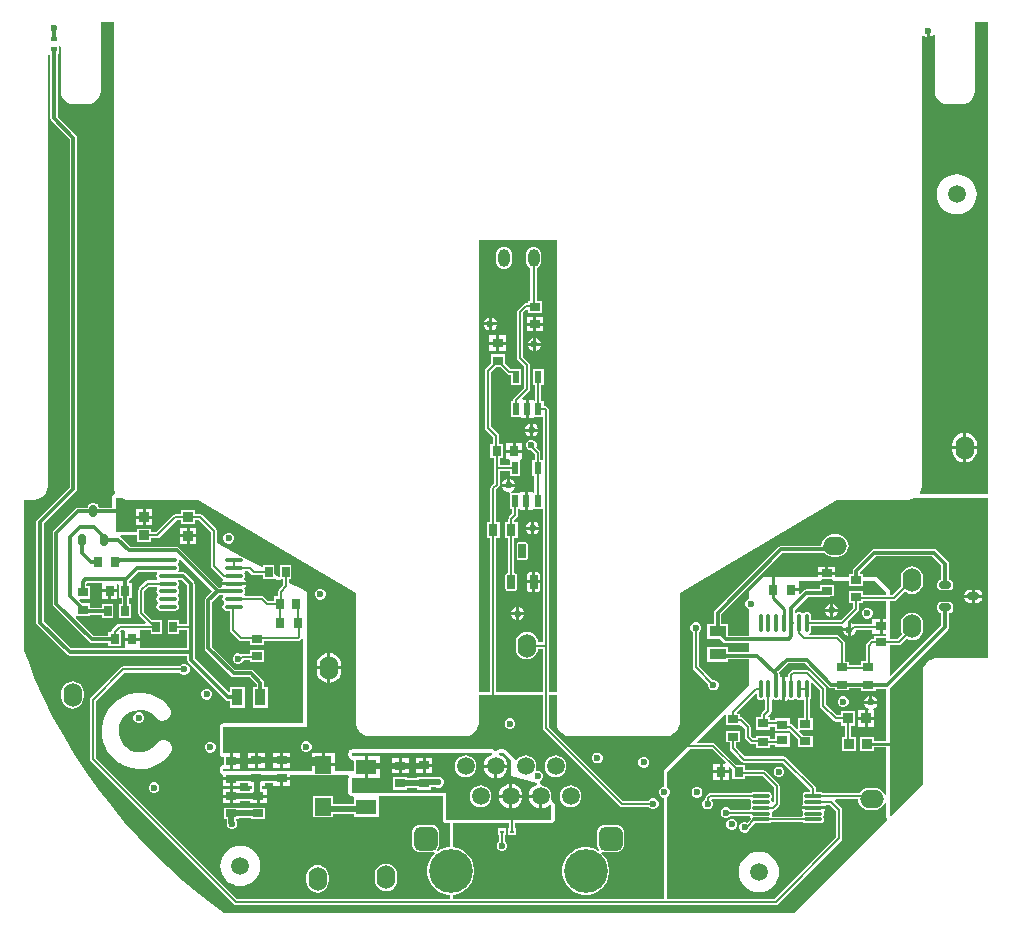
<source format=gtl>
G04*
G04 #@! TF.GenerationSoftware,Altium Limited,Altium Designer,24.0.1 (36)*
G04*
G04 Layer_Physical_Order=1*
G04 Layer_Color=255*
%FSLAX44Y44*%
%MOMM*%
G71*
G04*
G04 #@! TF.SameCoordinates,3C6FB229-8EB3-43CD-B7CA-B0B301390D20*
G04*
G04*
G04 #@! TF.FilePolarity,Positive*
G04*
G01*
G75*
%ADD10C,0.2500*%
%ADD13C,0.5000*%
%ADD14C,0.2000*%
%ADD16R,0.9000X0.6500*%
%ADD17R,0.6500X0.9000*%
%ADD18R,0.9000X0.8000*%
%ADD19R,0.8000X0.9000*%
%ADD20R,0.7500X0.9000*%
%ADD21O,1.6000X0.3500*%
%ADD22R,1.8000X1.3000*%
%ADD23O,0.3500X1.6000*%
%ADD24R,0.3600X0.2500*%
G04:AMPARAMS|DCode=25|XSize=1.45mm|YSize=0.3mm|CornerRadius=0.0495mm|HoleSize=0mm|Usage=FLASHONLY|Rotation=180.000|XOffset=0mm|YOffset=0mm|HoleType=Round|Shape=RoundedRectangle|*
%AMROUNDEDRECTD25*
21,1,1.4500,0.2010,0,0,180.0*
21,1,1.3510,0.3000,0,0,180.0*
1,1,0.0990,-0.6755,0.1005*
1,1,0.0990,0.6755,0.1005*
1,1,0.0990,0.6755,-0.1005*
1,1,0.0990,-0.6755,-0.1005*
%
%ADD25ROUNDEDRECTD25*%
%ADD26R,0.8000X0.9500*%
%ADD27R,0.9500X0.8000*%
%ADD28R,0.9500X1.4500*%
%ADD29R,1.4500X0.9500*%
%ADD30R,0.6000X1.0500*%
G04:AMPARAMS|DCode=31|XSize=0.6mm|YSize=1mm|CornerRadius=0.15mm|HoleSize=0mm|Usage=FLASHONLY|Rotation=90.000|XOffset=0mm|YOffset=0mm|HoleType=Round|Shape=RoundedRectangle|*
%AMROUNDEDRECTD31*
21,1,0.6000,0.7000,0,0,90.0*
21,1,0.3000,1.0000,0,0,90.0*
1,1,0.3000,0.3500,0.1500*
1,1,0.3000,0.3500,-0.1500*
1,1,0.3000,-0.3500,-0.1500*
1,1,0.3000,-0.3500,0.1500*
%
%ADD31ROUNDEDRECTD31*%
%ADD32R,0.8000X1.0000*%
%ADD33R,1.4000X1.5000*%
%ADD34R,0.9000X0.7500*%
G04:AMPARAMS|DCode=35|XSize=0.65mm|YSize=1.2mm|CornerRadius=0.0488mm|HoleSize=0mm|Usage=FLASHONLY|Rotation=180.000|XOffset=0mm|YOffset=0mm|HoleType=Round|Shape=RoundedRectangle|*
%AMROUNDEDRECTD35*
21,1,0.6500,1.1025,0,0,180.0*
21,1,0.5525,1.2000,0,0,180.0*
1,1,0.0975,-0.2763,0.5513*
1,1,0.0975,0.2763,0.5513*
1,1,0.0975,0.2763,-0.5513*
1,1,0.0975,-0.2763,-0.5513*
%
%ADD35ROUNDEDRECTD35*%
%ADD36R,0.5000X0.4500*%
%ADD37R,0.8587X0.9121*%
%ADD38R,0.9121X0.8587*%
G04:AMPARAMS|DCode=39|XSize=0.6mm|YSize=1mm|CornerRadius=0.15mm|HoleSize=0mm|Usage=FLASHONLY|Rotation=180.000|XOffset=0mm|YOffset=0mm|HoleType=Round|Shape=RoundedRectangle|*
%AMROUNDEDRECTD39*
21,1,0.6000,0.7000,0,0,180.0*
21,1,0.3000,1.0000,0,0,180.0*
1,1,0.3000,-0.1500,0.3500*
1,1,0.3000,0.1500,0.3500*
1,1,0.3000,0.1500,-0.3500*
1,1,0.3000,-0.1500,-0.3500*
%
%ADD39ROUNDEDRECTD39*%
%ADD57O,2.0000X1.5700*%
%ADD62O,1.5700X2.0000*%
%ADD64C,1.5000*%
%ADD65C,0.3000*%
%ADD66C,0.1540*%
%ADD67C,0.4000*%
%ADD68C,0.1530*%
%ADD69C,0.7000*%
%ADD70C,0.2540*%
%ADD71O,1.0000X1.5240*%
G04:AMPARAMS|DCode=72|XSize=2mm|YSize=2mm|CornerRadius=0.5mm|HoleSize=0mm|Usage=FLASHONLY|Rotation=90.000|XOffset=0mm|YOffset=0mm|HoleType=Round|Shape=RoundedRectangle|*
%AMROUNDEDRECTD72*
21,1,2.0000,1.0000,0,0,90.0*
21,1,1.0000,2.0000,0,0,90.0*
1,1,1.0000,0.5000,0.5000*
1,1,1.0000,0.5000,-0.5000*
1,1,1.0000,-0.5000,-0.5000*
1,1,1.0000,-0.5000,0.5000*
%
%ADD72ROUNDEDRECTD72*%
%ADD73O,1.5000X1.5240*%
%ADD74C,3.7000*%
%ADD75C,0.6000*%
G36*
X817721Y356851D02*
X760860D01*
X760787Y356987D01*
X760348Y358121D01*
X760352Y358131D01*
X760463Y358298D01*
X761214Y360109D01*
X761253Y360306D01*
X761329Y360491D01*
X761712Y362414D01*
Y362565D01*
X761749Y362712D01*
X761797Y363692D01*
X761789Y363742D01*
X761799Y363792D01*
X761799Y744962D01*
X763069Y745488D01*
X764002Y744556D01*
X765870Y743782D01*
Y749252D01*
X768410D01*
Y743782D01*
X770278Y744556D01*
X771451Y745729D01*
X772721Y745203D01*
X772721Y698792D01*
X772731Y698742D01*
X772724Y698692D01*
X772772Y697712D01*
X772809Y697565D01*
Y697414D01*
X773191Y695491D01*
X773268Y695306D01*
X773307Y695109D01*
X774057Y693298D01*
X774169Y693131D01*
X774246Y692945D01*
X775335Y691315D01*
X775477Y691173D01*
X775588Y691006D01*
X776974Y689620D01*
X777141Y689509D01*
X777283Y689367D01*
X778913Y688278D01*
X779099Y688201D01*
X779266Y688089D01*
X781077Y687339D01*
X781274Y687300D01*
X781460Y687223D01*
X783382Y686841D01*
X783533D01*
X783680Y686804D01*
X784660Y686756D01*
X784710Y686763D01*
X784760Y686753D01*
X794760Y686753D01*
X794810Y686763D01*
X794860Y686756D01*
X795841Y686804D01*
X795987Y686841D01*
X796138D01*
X798061Y687223D01*
X798247Y687300D01*
X798444Y687339D01*
X800255Y688089D01*
X800422Y688201D01*
X800607Y688278D01*
X802237Y689367D01*
X802379Y689509D01*
X802546Y689620D01*
X803932Y691006D01*
X804044Y691173D01*
X804186Y691315D01*
X805275Y692945D01*
X805352Y693131D01*
X805463Y693298D01*
X806214Y695109D01*
X806253Y695306D01*
X806330Y695491D01*
X806712Y697414D01*
Y697565D01*
X806749Y697712D01*
X806797Y698692D01*
X806789Y698742D01*
X806799Y698792D01*
X806799Y756753D01*
X817721D01*
Y356851D01*
D02*
G37*
G36*
X77721Y363792D02*
X77731Y363742D01*
X77724Y363692D01*
X77772Y362712D01*
X77809Y362565D01*
Y362414D01*
X78191Y360491D01*
X78268Y360306D01*
X78307Y360109D01*
X79057Y358298D01*
X79169Y358131D01*
X79190Y358079D01*
X79193Y358054D01*
X79112Y357708D01*
X78548Y356703D01*
X78122Y356618D01*
X77129Y355955D01*
X76466Y354963D01*
X76234Y353792D01*
Y345415D01*
X64958D01*
Y345816D01*
X64722Y347002D01*
X64050Y348007D01*
X63045Y348679D01*
X61859Y348915D01*
X58859D01*
X57673Y348679D01*
X56667Y348007D01*
X55995Y347002D01*
X55759Y345816D01*
Y345415D01*
X47359D01*
X46173Y345179D01*
X45167Y344507D01*
X26917Y326257D01*
X26245Y325252D01*
X26009Y324066D01*
Y264066D01*
X26245Y262880D01*
X26917Y261874D01*
X57167Y231624D01*
X58173Y230952D01*
X59359Y230716D01*
X72819D01*
Y227776D01*
X83899D01*
Y239856D01*
X83221D01*
X82735Y241029D01*
X83682Y241976D01*
X86457D01*
X86819Y240856D01*
X86819Y240706D01*
Y235086D01*
X93359D01*
X99899D01*
Y240706D01*
X99899Y240856D01*
X100260Y241976D01*
X108819D01*
Y238526D01*
X118399D01*
Y250606D01*
X109981D01*
X103699Y256888D01*
Y274743D01*
X107432Y278476D01*
X113978D01*
X114263Y278120D01*
X114737Y276938D01*
X114010Y275849D01*
X113754Y274566D01*
X114010Y273282D01*
X114737Y272194D01*
X114908Y272079D01*
Y270552D01*
X114737Y270438D01*
X114010Y269349D01*
X113754Y268066D01*
X114010Y266782D01*
X114737Y265694D01*
X114908Y265579D01*
Y264052D01*
X114737Y263938D01*
X114010Y262849D01*
X113754Y261566D01*
X114010Y260282D01*
X114737Y259194D01*
X115825Y258467D01*
X117109Y258211D01*
X129609D01*
X130892Y258467D01*
X131981Y259194D01*
X132708Y260282D01*
X132963Y261566D01*
X132708Y262849D01*
X131981Y263938D01*
X131810Y264052D01*
Y265579D01*
X131981Y265694D01*
X132708Y266782D01*
X132963Y268066D01*
X132708Y269349D01*
X131981Y270438D01*
X131810Y270552D01*
Y272079D01*
X131981Y272194D01*
X132708Y273282D01*
X132963Y274566D01*
X132708Y275849D01*
X131981Y276938D01*
X131810Y277052D01*
Y278579D01*
X131981Y278694D01*
X132708Y279782D01*
X132963Y281066D01*
X132708Y282349D01*
X132142Y283196D01*
X132425Y284068D01*
X132705Y284466D01*
X134942D01*
X140009Y279398D01*
Y247155D01*
X132899D01*
Y250606D01*
X123319D01*
Y238526D01*
X132899D01*
Y241976D01*
X140009D01*
Y226165D01*
X100916D01*
X99899Y226776D01*
X99899Y227435D01*
Y232546D01*
X93359D01*
X86819D01*
Y227435D01*
X86819Y226776D01*
X85802Y226165D01*
X41643D01*
X18458Y249350D01*
Y332032D01*
X45551Y359124D01*
X46223Y360130D01*
X46458Y361316D01*
Y658671D01*
X46223Y659857D01*
X45551Y660863D01*
X30132Y676281D01*
Y729470D01*
X31060D01*
Y736072D01*
X31203Y736215D01*
X31632Y736320D01*
X32721Y735367D01*
Y698792D01*
X32731Y698742D01*
X32724Y698692D01*
X32772Y697712D01*
X32809Y697565D01*
Y697414D01*
X33191Y695491D01*
X33268Y695306D01*
X33307Y695109D01*
X34057Y693298D01*
X34169Y693131D01*
X34246Y692945D01*
X35335Y691315D01*
X35477Y691173D01*
X35588Y691006D01*
X36974Y689620D01*
X37142Y689509D01*
X37283Y689367D01*
X38914Y688278D01*
X39099Y688201D01*
X39266Y688089D01*
X41077Y687339D01*
X41274Y687300D01*
X41460Y687223D01*
X43382Y686841D01*
X43534D01*
X43680Y686804D01*
X44660Y686756D01*
X44710Y686763D01*
X44760Y686753D01*
X54760Y686753D01*
X54810Y686763D01*
X54860Y686756D01*
X55841Y686804D01*
X55987Y686841D01*
X56138D01*
X58061Y687223D01*
X58246Y687300D01*
X58443Y687339D01*
X60255Y688089D01*
X60422Y688201D01*
X60607Y688278D01*
X62237Y689367D01*
X62379Y689509D01*
X62546Y689620D01*
X63932Y691006D01*
X64044Y691173D01*
X64186Y691315D01*
X65275Y692945D01*
X65352Y693131D01*
X65463Y693298D01*
X66213Y695109D01*
X66253Y695306D01*
X66330Y695491D01*
X66712Y697414D01*
Y697565D01*
X66749Y697712D01*
X66797Y698692D01*
X66789Y698742D01*
X66799Y698792D01*
X66799Y756753D01*
X77721D01*
Y363792D01*
D02*
G37*
G36*
X452721Y189375D02*
X446449D01*
Y228316D01*
Y427588D01*
X446251Y428579D01*
X445690Y429420D01*
X444519Y430591D01*
X443678Y431153D01*
X442687Y431350D01*
X441810D01*
Y435550D01*
X439860D01*
Y449470D01*
X441810D01*
Y463050D01*
X432730D01*
Y449470D01*
X434680D01*
Y435550D01*
X433310D01*
Y436550D01*
X429040D01*
Y428760D01*
Y420970D01*
X433310D01*
Y421970D01*
X441269D01*
Y386483D01*
X441060Y385300D01*
X439768Y385300D01*
X438870Y386198D01*
Y391945D01*
X438870Y391945D01*
X438691Y392844D01*
X438182Y393607D01*
X435453Y396336D01*
X435899Y397413D01*
Y399219D01*
X435208Y400887D01*
X433931Y402164D01*
X432262Y402856D01*
X430456D01*
X428787Y402164D01*
X427510Y400887D01*
X426819Y399219D01*
Y397413D01*
X427510Y395744D01*
X428787Y394467D01*
X430456Y393776D01*
X431366D01*
X434170Y390971D01*
Y385300D01*
X431980D01*
Y371720D01*
X433930D01*
Y357800D01*
X432560D01*
Y358800D01*
X428290D01*
Y351010D01*
Y343220D01*
X432560D01*
Y344220D01*
X441060Y344220D01*
X441269Y343037D01*
Y231155D01*
X436772D01*
X436507Y233167D01*
X435561Y235451D01*
X434056Y237413D01*
X432094Y238918D01*
X429810Y239864D01*
X427359Y240187D01*
X424908Y239864D01*
X422623Y238918D01*
X420662Y237413D01*
X419157Y235451D01*
X418210Y233167D01*
X417888Y230716D01*
Y226416D01*
X418210Y223964D01*
X419157Y221680D01*
X420662Y219719D01*
X422623Y218214D01*
X424908Y217267D01*
X427359Y216945D01*
X429810Y217267D01*
X432094Y218214D01*
X434056Y219719D01*
X435561Y221680D01*
X436507Y223964D01*
X436772Y225976D01*
X441269D01*
Y189375D01*
X401699D01*
Y320026D01*
X404649D01*
Y333106D01*
X401699D01*
Y360993D01*
X403690Y362985D01*
X404252Y363825D01*
X404449Y364816D01*
Y375920D01*
X412980D01*
Y371720D01*
X422060D01*
Y384950D01*
X422060Y385300D01*
X422905Y386220D01*
X423310D01*
Y391990D01*
X416770D01*
X410230D01*
Y386220D01*
X412135D01*
X412980Y385300D01*
X412980Y384950D01*
Y381100D01*
X404449D01*
Y387220D01*
X407310D01*
Y399300D01*
X403699D01*
Y406316D01*
X403502Y407307D01*
X402940Y408147D01*
X397199Y413889D01*
Y460243D01*
X400981Y464026D01*
X405236D01*
X410583Y458679D01*
X411423Y458117D01*
X412415Y457920D01*
X413730D01*
Y449470D01*
X422810D01*
Y463050D01*
X416520D01*
X416270Y463100D01*
X413487D01*
X408899Y467688D01*
Y475106D01*
X396819D01*
Y467188D01*
X392778Y463147D01*
X392216Y462307D01*
X392019Y461316D01*
Y412816D01*
X392216Y411825D01*
X392778Y410984D01*
X398519Y405243D01*
Y399300D01*
X396230D01*
Y387220D01*
X399269D01*
Y378816D01*
Y365888D01*
X397278Y363897D01*
X396716Y363057D01*
X396519Y362066D01*
Y333106D01*
X393569D01*
Y320026D01*
X396519D01*
Y189375D01*
X386799D01*
X386799Y571753D01*
X452721D01*
Y189375D01*
D02*
G37*
G36*
X817721Y217831D02*
X774660D01*
X774611Y217821D01*
X774560Y217829D01*
X773580Y217781D01*
X773434Y217744D01*
X773282D01*
X771360Y217361D01*
X771174Y217285D01*
X770977Y217245D01*
X769166Y216495D01*
X768999Y216384D01*
X768813Y216307D01*
X767184Y215218D01*
X767042Y215076D01*
X766874Y214964D01*
X765488Y213578D01*
X765377Y213411D01*
X765235Y213269D01*
X764146Y211639D01*
X764069Y211453D01*
X763957Y211286D01*
X763207Y209475D01*
X763168Y209278D01*
X763091Y209093D01*
X762709Y207170D01*
Y207019D01*
X762672Y206872D01*
X762624Y205892D01*
X762631Y205842D01*
X762621Y205792D01*
X762621Y110781D01*
X735782Y83942D01*
X734609Y84428D01*
Y192932D01*
X783801Y242124D01*
X784473Y243130D01*
X784708Y244316D01*
Y256216D01*
X785109D01*
X786295Y256452D01*
X787301Y257124D01*
X787972Y258130D01*
X788208Y259316D01*
Y262316D01*
X787972Y263502D01*
X787301Y264507D01*
X786295Y265179D01*
X785109Y265415D01*
X778109D01*
X776923Y265179D01*
X775917Y264507D01*
X775245Y263502D01*
X775009Y262316D01*
Y259316D01*
X775245Y258130D01*
X775917Y257124D01*
X776923Y256452D01*
X778109Y256216D01*
X778509D01*
Y245600D01*
X735782Y202873D01*
X734609Y203358D01*
Y228726D01*
X742259D01*
X743250Y228923D01*
X744090Y229485D01*
X749012Y234406D01*
X751158Y233517D01*
X753609Y233195D01*
X756060Y233517D01*
X758344Y234464D01*
X760306Y235969D01*
X761811Y237930D01*
X762757Y240214D01*
X763080Y242666D01*
Y246966D01*
X762757Y249417D01*
X761811Y251701D01*
X760306Y253663D01*
X758344Y255168D01*
X756060Y256114D01*
X753609Y256437D01*
X751158Y256114D01*
X748873Y255168D01*
X746912Y253663D01*
X745407Y251701D01*
X744461Y249417D01*
X744138Y246966D01*
Y242666D01*
X744461Y240214D01*
X745349Y238069D01*
X741186Y233906D01*
X734609D01*
Y266442D01*
X738475D01*
X739466Y266639D01*
X740306Y267200D01*
X747468Y274362D01*
X748573Y273514D01*
X750858Y272567D01*
X753309Y272245D01*
X755760Y272567D01*
X758044Y273514D01*
X760006Y275019D01*
X761511Y276980D01*
X762457Y279264D01*
X762780Y281716D01*
Y286016D01*
X762457Y288467D01*
X761511Y290751D01*
X760006Y292713D01*
X758044Y294218D01*
X755760Y295164D01*
X753309Y295487D01*
X750858Y295164D01*
X748573Y294218D01*
X746612Y292713D01*
X745107Y290751D01*
X744161Y288467D01*
X743838Y286016D01*
Y281716D01*
X744161Y279264D01*
X744420Y278639D01*
X737402Y271621D01*
X734609D01*
Y275400D01*
X723749Y286260D01*
X712399D01*
Y288839D01*
X709458D01*
Y290532D01*
X722893Y303966D01*
X770825D01*
X778509Y296282D01*
Y284415D01*
X778109D01*
X776923Y284179D01*
X775917Y283507D01*
X775245Y282502D01*
X775009Y281316D01*
Y278316D01*
X775245Y277130D01*
X775917Y276124D01*
X776923Y275452D01*
X778109Y275216D01*
X785109D01*
X786295Y275452D01*
X787301Y276124D01*
X787972Y277130D01*
X788208Y278316D01*
Y281316D01*
X787972Y282502D01*
X787301Y283507D01*
X786295Y284179D01*
X785109Y284415D01*
X784708D01*
Y297566D01*
X784473Y298752D01*
X783801Y299757D01*
X774301Y309257D01*
X773295Y309929D01*
X772109Y310165D01*
X721609D01*
X720423Y309929D01*
X719417Y309257D01*
X704167Y294007D01*
X703495Y293002D01*
X703259Y291816D01*
Y288839D01*
X700319D01*
Y286260D01*
X688399D01*
Y288296D01*
X681359D01*
X674319D01*
Y286260D01*
X627738D01*
X615270Y273792D01*
Y268322D01*
X614287Y267915D01*
X613010Y266637D01*
X612319Y264969D01*
Y263163D01*
X613010Y261494D01*
X614287Y260217D01*
X615270Y259810D01*
Y236859D01*
X597899D01*
Y246856D01*
X592208D01*
Y255032D01*
X644087Y306910D01*
X679170D01*
X679483Y306502D01*
X681445Y304997D01*
X683729Y304051D01*
X686180Y303729D01*
X690480D01*
X692932Y304051D01*
X695216Y304997D01*
X697178Y306502D01*
X698683Y308464D01*
X699629Y310748D01*
X699952Y313200D01*
X699629Y315651D01*
X698683Y317935D01*
X697178Y319897D01*
X695216Y321402D01*
X692932Y322348D01*
X690480Y322671D01*
X686180D01*
X683729Y322348D01*
X681445Y321402D01*
X679483Y319897D01*
X677978Y317935D01*
X677032Y315651D01*
X676710Y313200D01*
X676631Y313110D01*
X642803D01*
X641617Y312874D01*
X640611Y312202D01*
X586917Y258507D01*
X586245Y257502D01*
X586009Y256316D01*
Y246856D01*
X580319D01*
Y234276D01*
X591015D01*
X593723Y231568D01*
X594728Y230896D01*
X595915Y230660D01*
X615270D01*
Y223165D01*
X597899D01*
Y227356D01*
X580319D01*
Y214776D01*
X597899D01*
Y216966D01*
X615270D01*
Y194977D01*
X543303Y123010D01*
Y108856D01*
X542956D01*
X541287Y108165D01*
X540010Y106887D01*
X539319Y105219D01*
Y103413D01*
X540010Y101744D01*
X541287Y100467D01*
X542956Y99776D01*
X543303D01*
Y14155D01*
X365109D01*
Y17631D01*
X368775Y18361D01*
X372422Y19871D01*
X375704Y22064D01*
X378495Y24856D01*
X380689Y28138D01*
X382199Y31785D01*
X382969Y35657D01*
Y39604D01*
X382199Y43476D01*
X380689Y47123D01*
X378495Y50405D01*
X375704Y53197D01*
X372422Y55390D01*
X368775Y56900D01*
X365109Y57630D01*
Y78007D01*
X412219D01*
Y73856D01*
X411469D01*
Y68276D01*
X418149D01*
Y73856D01*
X417399D01*
Y78007D01*
X447859D01*
X449029Y78240D01*
X450022Y78903D01*
X450685Y79895D01*
X450918Y81066D01*
Y93919D01*
X450898Y94018D01*
X450911Y94119D01*
X450782Y94600D01*
X450685Y95089D01*
X450628Y95174D01*
X450602Y95272D01*
X450299Y95667D01*
X450022Y96082D01*
X449937Y96138D01*
X449876Y96219D01*
X449444Y96468D01*
X449029Y96745D01*
X448930Y96764D01*
X448842Y96815D01*
X448587Y96902D01*
X447845Y98398D01*
X447855Y98454D01*
X447937Y98651D01*
X448247Y101010D01*
Y101250D01*
X447937Y103610D01*
X447026Y105809D01*
X445577Y107698D01*
X443688Y109147D01*
X441489Y110058D01*
X440247Y110221D01*
X439714Y110496D01*
X439080Y110998D01*
X439031Y111609D01*
X438987Y112350D01*
X438964Y112439D01*
X438971Y112531D01*
X438814Y113013D01*
X438685Y113505D01*
X439181Y114217D01*
X440458Y115494D01*
X441149Y117163D01*
Y118969D01*
X440458Y120637D01*
X439180Y121915D01*
X437512Y122606D01*
X436013D01*
X435052Y123605D01*
X435237Y124051D01*
X435547Y126410D01*
Y126650D01*
X435237Y129010D01*
X434326Y131209D01*
X432877Y133098D01*
X430988Y134547D01*
X428789Y135458D01*
X426429Y135768D01*
X424070Y135458D01*
X421870Y134547D01*
X419982Y133098D01*
X418573Y131262D01*
X418342Y131241D01*
X417247Y131423D01*
X417096Y132181D01*
X416433Y133173D01*
X409877Y139729D01*
X408885Y140392D01*
X407714Y140625D01*
X407714Y140625D01*
X404232D01*
X403937Y140566D01*
X403635D01*
X403357Y140450D01*
X403062Y140392D01*
X402811Y140224D01*
X402533Y140109D01*
X402320Y139896D01*
X402069Y139729D01*
X401902Y139478D01*
X401735Y139311D01*
X401581Y139240D01*
X401373Y139192D01*
X400686Y139192D01*
X400478Y139240D01*
X400324Y139311D01*
X400157Y139478D01*
X399990Y139729D01*
X399739Y139896D01*
X399526Y140109D01*
X399248Y140224D01*
X398997Y140392D01*
X398702Y140450D01*
X398424Y140566D01*
X398122D01*
X397827Y140625D01*
X279359D01*
X278188Y140392D01*
X277196Y139729D01*
X276533Y138736D01*
X276300Y137566D01*
Y135935D01*
X276303Y135920D01*
X276300Y135904D01*
X276420Y135334D01*
X276533Y134765D01*
X276542Y134752D01*
X276545Y134736D01*
X277005Y133657D01*
X277332Y133177D01*
X277656Y132693D01*
X277669Y132684D01*
X277678Y132671D01*
X278165Y132353D01*
X278648Y132030D01*
X278664Y132027D01*
X278677Y132018D01*
X279249Y131910D01*
X279819Y131797D01*
X280629Y131797D01*
X280819Y130563D01*
Y122260D01*
X264649D01*
Y126326D01*
X255109D01*
X245569D01*
Y122260D01*
X170359D01*
Y124276D01*
X176063D01*
Y130816D01*
Y137356D01*
X170359D01*
Y159722D01*
X241270D01*
Y273792D01*
X235145Y277130D01*
X226466Y281859D01*
Y284526D01*
X228149D01*
Y296606D01*
X218569D01*
Y287405D01*
X217477Y286756D01*
X213649Y288842D01*
Y296606D01*
X204069D01*
Y295306D01*
X202977Y294657D01*
X188096Y302765D01*
X187981Y302938D01*
X186893Y303665D01*
X186187Y303805D01*
X165288Y315192D01*
Y325476D01*
X165091Y326467D01*
X164530Y327307D01*
X152923Y338914D01*
X152083Y339475D01*
X151092Y339673D01*
X146709D01*
Y342916D01*
X134508D01*
Y339673D01*
X129876D01*
X128885Y339475D01*
X128045Y338914D01*
X114141Y325010D01*
X109459D01*
Y327649D01*
X97258D01*
Y325010D01*
X79292D01*
Y353792D01*
X83143D01*
X83913Y353278D01*
X84099Y353201D01*
X84266Y353089D01*
X86077Y352339D01*
X86274Y352300D01*
X86460Y352223D01*
X88382Y351841D01*
X88533D01*
X88680Y351804D01*
X89660Y351756D01*
X89711Y351763D01*
X89760Y351753D01*
X149201Y351753D01*
X282721Y272630D01*
Y163792D01*
X282731Y163742D01*
X282724Y163692D01*
X282772Y162712D01*
X282809Y162565D01*
Y162414D01*
X283191Y160492D01*
X283268Y160306D01*
X283307Y160109D01*
X284057Y158298D01*
X284169Y158131D01*
X284246Y157945D01*
X285335Y156315D01*
X285477Y156173D01*
X285588Y156006D01*
X286975Y154620D01*
X287142Y154509D01*
X287284Y154367D01*
X288913Y153278D01*
X289099Y153201D01*
X289266Y153089D01*
X291077Y152339D01*
X291274Y152300D01*
X291460Y152223D01*
X293382Y151840D01*
X293533D01*
X293680Y151804D01*
X294660Y151756D01*
X294711Y151763D01*
X294760Y151753D01*
X374760Y151753D01*
X374810Y151763D01*
X374860Y151756D01*
X375840Y151804D01*
X375987Y151840D01*
X376138D01*
X378061Y152223D01*
X378246Y152300D01*
X378443Y152339D01*
X380255Y153089D01*
X380421Y153201D01*
X380607Y153278D01*
X382237Y154367D01*
X382379Y154509D01*
X382546Y154620D01*
X383932Y156006D01*
X384044Y156173D01*
X384186Y156315D01*
X385275Y157945D01*
X385352Y158131D01*
X385463Y158298D01*
X386213Y160109D01*
X386253Y160306D01*
X386330Y160492D01*
X386712Y162414D01*
Y162565D01*
X386749Y162712D01*
X386797Y163692D01*
X386789Y163742D01*
X386799Y163792D01*
Y186316D01*
X441269D01*
Y158566D01*
X441466Y157575D01*
X442028Y156735D01*
X506028Y92734D01*
X506868Y92173D01*
X507859Y91976D01*
X530778D01*
X532037Y90717D01*
X533706Y90026D01*
X535512D01*
X537180Y90717D01*
X538458Y91994D01*
X539149Y93663D01*
Y95469D01*
X538458Y97137D01*
X537180Y98415D01*
X535512Y99106D01*
X533706D01*
X532037Y98415D01*
X530778Y97156D01*
X508932D01*
X446449Y159639D01*
Y186316D01*
X452721D01*
Y163792D01*
X452731Y163742D01*
X452724Y163692D01*
X452772Y162712D01*
X452809Y162565D01*
Y162414D01*
X453191Y160492D01*
X453268Y160306D01*
X453307Y160109D01*
X454057Y158298D01*
X454169Y158131D01*
X454246Y157945D01*
X455335Y156315D01*
X455477Y156173D01*
X455588Y156006D01*
X456974Y154620D01*
X457142Y154509D01*
X457284Y154367D01*
X458913Y153278D01*
X459099Y153201D01*
X459266Y153089D01*
X461077Y152339D01*
X461274Y152300D01*
X461460Y152223D01*
X463382Y151840D01*
X463534D01*
X463680Y151804D01*
X464660Y151756D01*
X464711Y151763D01*
X464760Y151753D01*
X544760Y151753D01*
X544810Y151763D01*
X544860Y151756D01*
X545840Y151804D01*
X545987Y151840D01*
X546138D01*
X548061Y152223D01*
X548246Y152300D01*
X548443Y152339D01*
X550255Y153089D01*
X550421Y153201D01*
X550607Y153278D01*
X552237Y154367D01*
X552379Y154509D01*
X552546Y154620D01*
X553932Y156006D01*
X554044Y156173D01*
X554186Y156315D01*
X555275Y157945D01*
X555352Y158131D01*
X555463Y158298D01*
X556213Y160109D01*
X556253Y160306D01*
X556329Y160492D01*
X556712Y162414D01*
Y162565D01*
X556749Y162712D01*
X556797Y163692D01*
X556789Y163742D01*
X556799Y163792D01*
X556799Y272630D01*
X690319Y351753D01*
X749760D01*
X749810Y351763D01*
X749860Y351756D01*
X750841Y351804D01*
X750987Y351840D01*
X751138D01*
X753061Y352223D01*
X753247Y352300D01*
X753444Y352339D01*
X755255Y353089D01*
X755422Y353201D01*
X755607Y353278D01*
X756377Y353792D01*
X817721D01*
Y217831D01*
D02*
G37*
G36*
X23933Y728689D02*
Y674997D01*
X23933Y674997D01*
X24169Y673811D01*
X24841Y672805D01*
X40259Y657387D01*
Y362600D01*
X13167Y335507D01*
X12495Y334502D01*
X12259Y333316D01*
Y248066D01*
X12495Y246880D01*
X13167Y245874D01*
X38167Y220874D01*
X39173Y220202D01*
X40359Y219966D01*
X140009D01*
Y216316D01*
X140245Y215130D01*
X140917Y214124D01*
X172417Y182624D01*
X173423Y181952D01*
X174609Y181716D01*
X176069D01*
Y176026D01*
X188649D01*
Y193606D01*
X176069D01*
Y189535D01*
X174799Y189009D01*
X146208Y217600D01*
Y223066D01*
Y244066D01*
Y280682D01*
X145972Y281868D01*
X145301Y282874D01*
X138417Y289757D01*
X137412Y290429D01*
X136225Y290665D01*
X132705D01*
X132425Y291063D01*
X132142Y291935D01*
X132708Y292782D01*
X132963Y294066D01*
X132708Y295349D01*
X131981Y296438D01*
X131810Y296552D01*
Y298079D01*
X131981Y298194D01*
X132708Y299282D01*
X132963Y300566D01*
X132848Y301147D01*
X134018Y301773D01*
X161225Y274566D01*
X155667Y269007D01*
X154995Y268002D01*
X154759Y266816D01*
Y226316D01*
X154995Y225130D01*
X155667Y224124D01*
X176917Y202874D01*
X177923Y202202D01*
X179109Y201966D01*
X192575D01*
X198759Y195782D01*
Y193606D01*
X195569D01*
Y176026D01*
X208149D01*
Y193606D01*
X204958D01*
Y197066D01*
X204722Y198252D01*
X204051Y199258D01*
X196051Y207257D01*
X195045Y207929D01*
X193859Y208165D01*
X180393D01*
X160958Y227600D01*
Y265532D01*
X166893Y271466D01*
X170013D01*
X170293Y271068D01*
X170576Y270196D01*
X170010Y269349D01*
X169754Y268066D01*
X170010Y266782D01*
X170737Y265694D01*
X170908Y265579D01*
Y264052D01*
X170737Y263938D01*
X170010Y262849D01*
X169754Y261566D01*
X170010Y260282D01*
X170737Y259194D01*
X171825Y258467D01*
X173109Y258211D01*
X176269D01*
Y241549D01*
X176466Y240558D01*
X177028Y239717D01*
X183844Y232901D01*
X184684Y232339D01*
X185675Y232142D01*
X192760D01*
Y229425D01*
X204840D01*
Y232142D01*
X233604D01*
X234595Y232339D01*
X235435Y232901D01*
X236607Y234072D01*
X236941Y234573D01*
X238211Y234188D01*
Y162781D01*
X170359D01*
X169189Y162548D01*
X168196Y161885D01*
X167533Y160893D01*
X167300Y159722D01*
Y137356D01*
X167533Y136185D01*
X168196Y135193D01*
X169189Y134530D01*
X170359Y134297D01*
X171294D01*
Y127334D01*
X170359D01*
X169189Y127102D01*
X168196Y126439D01*
X167533Y125446D01*
X167300Y124276D01*
Y122260D01*
X167533Y121089D01*
X168196Y120097D01*
X169189Y119434D01*
X170294Y119214D01*
Y117086D01*
X177334D01*
Y115816D01*
X178603D01*
Y109276D01*
X184373D01*
Y111891D01*
X191319D01*
Y109776D01*
X194740D01*
Y106856D01*
X193069D01*
Y105185D01*
X184399D01*
Y106856D01*
X178629D01*
Y101066D01*
Y95276D01*
X184399D01*
Y96947D01*
X193069D01*
Y95276D01*
X198839D01*
Y101066D01*
X200109D01*
Y102336D01*
X207149D01*
Y106856D01*
X202978D01*
Y109776D01*
X205399D01*
Y111891D01*
X212730D01*
Y109720D01*
X218500D01*
Y116010D01*
X219770D01*
Y117280D01*
X226810D01*
Y119201D01*
X245569D01*
X245741Y119235D01*
X246569Y118556D01*
Y118556D01*
X263649D01*
Y118556D01*
X264477Y119235D01*
X264649Y119201D01*
X276304D01*
X276348Y119169D01*
X277005Y117975D01*
X276545Y116895D01*
X276542Y116880D01*
X276533Y116867D01*
X276420Y116297D01*
X276300Y115727D01*
X276303Y115712D01*
X276300Y115696D01*
Y104113D01*
X276533Y102942D01*
X277196Y101950D01*
X278188Y101287D01*
X279359Y101054D01*
X280646D01*
X280819Y99856D01*
X280819Y99784D01*
Y94404D01*
X263649D01*
Y101076D01*
X246569D01*
Y82996D01*
X263649D01*
Y86166D01*
X280819D01*
Y83776D01*
X301899D01*
Y99784D01*
X301899Y99856D01*
X302072Y101054D01*
X356300D01*
Y81066D01*
X356533Y79895D01*
X357196Y78903D01*
X358188Y78240D01*
X359359Y78007D01*
X362050D01*
Y57670D01*
X360956D01*
X357084Y56900D01*
X353437Y55390D01*
X352614Y54840D01*
X351734Y55779D01*
X352542Y56832D01*
X353201Y58423D01*
X353426Y60130D01*
Y70131D01*
X353201Y71838D01*
X352542Y73429D01*
X351494Y74795D01*
X350128Y75843D01*
X348537Y76502D01*
X346829Y76727D01*
X336829D01*
X335122Y76502D01*
X333531Y75843D01*
X332165Y74795D01*
X331117Y73429D01*
X330458Y71838D01*
X330233Y70131D01*
Y60130D01*
X330458Y58423D01*
X331117Y56832D01*
X332165Y55466D01*
X333531Y54418D01*
X335122Y53759D01*
X336829Y53534D01*
X346829D01*
X348537Y53759D01*
X349193Y54030D01*
X349912Y52954D01*
X347363Y50405D01*
X345170Y47123D01*
X343660Y43476D01*
X342890Y39604D01*
Y35657D01*
X343660Y31785D01*
X345170Y28138D01*
X347363Y24856D01*
X350155Y22064D01*
X353437Y19871D01*
X357084Y18361D01*
X360956Y17591D01*
X362050D01*
Y14155D01*
X182182D01*
X62699Y133638D01*
Y181743D01*
X86682Y205726D01*
X133528D01*
X134787Y204467D01*
X136456Y203776D01*
X138262D01*
X139930Y204467D01*
X141208Y205744D01*
X141899Y207413D01*
Y209219D01*
X141208Y210887D01*
X139930Y212164D01*
X138262Y212856D01*
X136456D01*
X134787Y212164D01*
X133528Y210905D01*
X85609D01*
X84618Y210708D01*
X83778Y210147D01*
X58278Y184647D01*
X57716Y183807D01*
X57519Y182816D01*
Y132566D01*
X57716Y131575D01*
X58278Y130735D01*
X179278Y9735D01*
X180118Y9173D01*
X181109Y8976D01*
X638359D01*
X639350Y9173D01*
X640190Y9735D01*
X693940Y63485D01*
X694501Y64325D01*
X694699Y65316D01*
Y89566D01*
X694501Y90557D01*
X693940Y91397D01*
X688381Y96956D01*
X688907Y98226D01*
X707815D01*
X708061Y96364D01*
X709007Y94080D01*
X710512Y92119D01*
X712473Y90614D01*
X714758Y89667D01*
X717209Y89345D01*
X721509D01*
X723960Y89667D01*
X726244Y90614D01*
X728206Y92119D01*
X729711Y94080D01*
X730280Y95454D01*
X731550Y95202D01*
Y84428D01*
X731783Y83258D01*
X732197Y82637D01*
X732446Y82266D01*
X732525Y80685D01*
X654194Y2354D01*
X171007Y2355D01*
X164279Y7108D01*
X150165Y17905D01*
X136471Y29229D01*
X123217Y41065D01*
X110422Y53396D01*
X98103Y66204D01*
X86280Y79470D01*
X74969Y93175D01*
X64187Y107300D01*
X53948Y121823D01*
X44268Y136725D01*
X35161Y151984D01*
X26639Y167578D01*
X18716Y183483D01*
X11402Y199678D01*
X4708Y216139D01*
X1836Y224051D01*
X1798Y226386D01*
X1799Y351753D01*
X9760D01*
X9810Y351763D01*
X9860Y351756D01*
X10841Y351804D01*
X10987Y351840D01*
X11138D01*
X13061Y352223D01*
X13247Y352300D01*
X13443Y352339D01*
X15255Y353089D01*
X15422Y353201D01*
X15607Y353278D01*
X17237Y354367D01*
X17379Y354509D01*
X17546Y354620D01*
X18932Y356006D01*
X19044Y356173D01*
X19186Y356315D01*
X20275Y357945D01*
X20352Y358131D01*
X20463Y358298D01*
X21214Y360109D01*
X21253Y360306D01*
X21330Y360491D01*
X21712Y362414D01*
Y362565D01*
X21749Y362712D01*
X21797Y363692D01*
X21789Y363742D01*
X21799Y363792D01*
X21799Y728611D01*
X23069Y729181D01*
X23933Y728689D01*
D02*
G37*
G36*
X160109Y324403D02*
Y295726D01*
X160306Y294735D01*
X160867Y293895D01*
X168794Y285968D01*
X169634Y285407D01*
X169839Y284736D01*
X169944Y284050D01*
X169068Y282740D01*
X168987Y282336D01*
X179359D01*
X189730D01*
X189650Y282740D01*
X188702Y284159D01*
X187981Y284640D01*
Y285194D01*
X188708Y286282D01*
X188963Y287566D01*
X188708Y288849D01*
X187981Y289938D01*
X188455Y291120D01*
X188739Y291476D01*
X191786D01*
X194321Y288941D01*
X195161Y288379D01*
X196152Y288182D01*
X204069D01*
Y284526D01*
X213649D01*
Y284526D01*
X214380Y284960D01*
X216013Y284070D01*
X216377Y283957D01*
X216722Y283792D01*
X216942Y283780D01*
X217153Y283715D01*
X217533Y283749D01*
X217913Y283729D01*
X218121Y283802D01*
X218341Y283822D01*
X218679Y283999D01*
X219039Y284126D01*
X219711Y284526D01*
X221286D01*
Y279655D01*
X217770Y276139D01*
X217208Y275299D01*
X217011Y274308D01*
Y270106D01*
X213069D01*
Y266155D01*
X208432D01*
X204690Y269897D01*
X203850Y270458D01*
X202859Y270655D01*
X188739D01*
X188455Y271012D01*
X187981Y272194D01*
X188708Y273282D01*
X188963Y274566D01*
X188708Y275849D01*
X187981Y276938D01*
Y277491D01*
X188702Y277973D01*
X189650Y279392D01*
X189730Y279796D01*
X179359D01*
X168987D01*
X169068Y279392D01*
X169373Y278935D01*
X168694Y277665D01*
X166893D01*
X133301Y311257D01*
X132295Y311929D01*
X131109Y312165D01*
X91893D01*
X83551Y320507D01*
X83291Y320681D01*
X83676Y321951D01*
X97258D01*
Y315982D01*
X109459D01*
Y319226D01*
X114609D01*
X115600Y319423D01*
X116440Y319984D01*
X130949Y334493D01*
X134508D01*
Y331249D01*
X146709D01*
Y334493D01*
X150019D01*
X160109Y324403D01*
D02*
G37*
G36*
X686236Y284097D02*
X687228Y283434D01*
X688399Y283201D01*
X700319D01*
Y279259D01*
X712399D01*
Y283201D01*
X722482D01*
X731550Y274133D01*
Y271621D01*
X712399D01*
Y274339D01*
X700319D01*
Y264759D01*
X703769D01*
Y260638D01*
X693480Y250350D01*
X667875D01*
Y254010D01*
X667619Y255294D01*
X666892Y256382D01*
X665804Y257109D01*
X664520Y257365D01*
X663236Y257109D01*
X662148Y256382D01*
X662034Y256211D01*
X660506D01*
X660392Y256382D01*
X659304Y257109D01*
X658020Y257365D01*
X656736Y257109D01*
X655728Y256436D01*
X655302Y256529D01*
X654458Y256887D01*
Y259032D01*
X665393Y269966D01*
X683196D01*
X684383Y270202D01*
X684493Y270276D01*
X687399D01*
Y279856D01*
X675319D01*
Y276165D01*
X664109D01*
X662923Y275929D01*
X661917Y275257D01*
X658822Y272162D01*
X657649Y272649D01*
Y274546D01*
X651109D01*
Y277086D01*
X657649D01*
Y282856D01*
X658776Y283201D01*
X674319D01*
X675489Y283434D01*
X676482Y284097D01*
X676935Y284776D01*
X685782D01*
X686236Y284097D01*
D02*
G37*
G36*
X114293Y290568D02*
X114576Y289696D01*
X114010Y288849D01*
X113754Y287566D01*
X114010Y286282D01*
X114737Y285194D01*
X114263Y284011D01*
X113978Y283655D01*
X106359D01*
X105368Y283458D01*
X104528Y282897D01*
X99278Y277647D01*
X98716Y276807D01*
X98519Y275816D01*
Y255816D01*
X98716Y254825D01*
X99278Y253985D01*
X104933Y248329D01*
X104447Y247155D01*
X82609D01*
X81618Y246958D01*
X80778Y246397D01*
X76528Y242147D01*
X75966Y241307D01*
X75769Y240316D01*
Y239856D01*
X72819D01*
Y236915D01*
X60643D01*
X45552Y252006D01*
X46078Y253276D01*
X57399D01*
Y254405D01*
X67857D01*
Y251465D01*
X77438D01*
Y263545D01*
X67857D01*
Y260604D01*
X57399D01*
Y264356D01*
X51162D01*
X48416Y267102D01*
X48902Y268276D01*
X57399D01*
Y279356D01*
X54458D01*
Y281032D01*
X54893Y281466D01*
X67569D01*
Y276336D01*
X74109D01*
X80649D01*
Y280244D01*
X80799Y280377D01*
X82069Y279805D01*
Y268776D01*
X84276D01*
Y263545D01*
X82358D01*
Y251465D01*
X91938D01*
Y263545D01*
X90476D01*
Y268776D01*
X93149D01*
Y281356D01*
X90708D01*
Y283032D01*
X98643Y290966D01*
X114013D01*
X114293Y290568D01*
D02*
G37*
G36*
X731550Y251356D02*
X728629D01*
Y244816D01*
Y238276D01*
X731550D01*
Y236856D01*
X721069D01*
Y233906D01*
X719859D01*
X718868Y233708D01*
X718028Y233147D01*
X715028Y230147D01*
X714466Y229307D01*
X714269Y228316D01*
Y215856D01*
X710627D01*
Y212126D01*
X700149D01*
Y214856D01*
X696699D01*
Y230816D01*
X696501Y231807D01*
X695940Y232647D01*
X691996Y236591D01*
X691156Y237153D01*
X690165Y237350D01*
X666483D01*
X666116Y238620D01*
X666892Y239138D01*
X667619Y240226D01*
X667875Y241510D01*
Y245170D01*
X694553D01*
X695391Y244042D01*
X695098Y243336D01*
X699299D01*
Y248660D01*
X699236Y248780D01*
X708190Y257735D01*
X708752Y258575D01*
X708949Y259566D01*
Y264759D01*
X712399D01*
Y266442D01*
X731550D01*
Y251356D01*
D02*
G37*
G36*
X683167Y193374D02*
X684173Y192702D01*
X685359Y192466D01*
X688069D01*
Y190776D01*
X700149D01*
Y192216D01*
X710627D01*
Y189776D01*
X722707D01*
Y191696D01*
X731550D01*
Y148160D01*
X721460D01*
Y151416D01*
X709792D01*
Y139215D01*
X721460D01*
Y142471D01*
X731550D01*
Y102430D01*
X730280Y102177D01*
X729711Y103551D01*
X728206Y105513D01*
X726244Y107018D01*
X723960Y107964D01*
X721509Y108287D01*
X717209D01*
X714758Y107964D01*
X712473Y107018D01*
X710512Y105513D01*
X709007Y103551D01*
X708946Y103406D01*
X678336D01*
X678081Y103788D01*
X677408Y104238D01*
X676614Y104396D01*
X672449D01*
Y107566D01*
X672252Y108557D01*
X671690Y109397D01*
X647190Y133897D01*
X646350Y134458D01*
X645359Y134656D01*
X612431D01*
X604610Y142477D01*
Y146720D01*
X608060D01*
Y156300D01*
X595980D01*
Y146720D01*
X599430D01*
Y141404D01*
X599627Y140414D01*
X600189Y139573D01*
X609528Y130234D01*
X610368Y129673D01*
X611359Y129476D01*
X644286D01*
X667269Y106493D01*
Y104396D01*
X663104D01*
X662310Y104238D01*
X661637Y103788D01*
X661187Y103115D01*
X661029Y102321D01*
Y100311D01*
X661187Y99517D01*
X661637Y98844D01*
Y98788D01*
X661187Y98115D01*
X661029Y97321D01*
Y95311D01*
X661156Y94670D01*
X660916Y94509D01*
X660245Y93505D01*
X660062Y92586D01*
X669859D01*
X679788D01*
X680724Y93726D01*
X684286D01*
X689519Y88493D01*
Y66388D01*
X637286Y14155D01*
X546362D01*
Y99776D01*
X546240Y100388D01*
X546431Y100467D01*
X547708Y101744D01*
X548399Y103413D01*
Y105219D01*
X547708Y106887D01*
X546431Y108165D01*
X546240Y108243D01*
X546362Y108856D01*
Y121743D01*
X565894Y141276D01*
X584385D01*
X595862Y129799D01*
X595376Y128626D01*
X593169D01*
Y122856D01*
X598439D01*
Y125563D01*
X599612Y126049D01*
X601359Y124302D01*
Y115546D01*
X612439D01*
Y117726D01*
X627036D01*
X636325Y108437D01*
Y96551D01*
X635959Y96306D01*
X634689Y96985D01*
Y97321D01*
X634531Y98115D01*
X634081Y98788D01*
Y98844D01*
X634531Y99517D01*
X634689Y100311D01*
Y102321D01*
X634531Y103115D01*
X634081Y103788D01*
X633408Y104238D01*
X632614Y104396D01*
X619104D01*
X618310Y104238D01*
X617637Y103788D01*
X617559Y103671D01*
X582609D01*
X581707Y103492D01*
X580943Y102981D01*
X579253Y101291D01*
X578743Y100527D01*
X578564Y99626D01*
Y98383D01*
X578037Y98165D01*
X576760Y96887D01*
X576069Y95219D01*
Y93413D01*
X576760Y91744D01*
X578037Y90467D01*
X579706Y89776D01*
X581512D01*
X583181Y90467D01*
X584458Y91744D01*
X585149Y93413D01*
Y95219D01*
X584458Y96887D01*
X583655Y97690D01*
X584181Y98961D01*
X616225D01*
X616470Y98744D01*
X617103Y97690D01*
X617029Y97321D01*
Y95311D01*
X617187Y94517D01*
X617620Y93816D01*
X617187Y93115D01*
X617029Y92321D01*
Y90311D01*
X615939Y89281D01*
X600106D01*
X599958Y89637D01*
X598680Y90915D01*
X597012Y91606D01*
X595206D01*
X593537Y90915D01*
X592260Y89637D01*
X591569Y87969D01*
Y86163D01*
X592260Y84494D01*
X593537Y83217D01*
X595206Y82526D01*
X597012D01*
X598680Y83217D01*
X599565Y84101D01*
X616318D01*
X616626Y83752D01*
X617130Y82831D01*
X617029Y82321D01*
Y81898D01*
X613805Y78674D01*
X612762Y79106D01*
X610956D01*
X609287Y78415D01*
X608010Y77137D01*
X607319Y75469D01*
Y73663D01*
X608010Y71994D01*
X609287Y70717D01*
X610956Y70026D01*
X612762D01*
X614431Y70717D01*
X615708Y71994D01*
X616399Y73663D01*
Y73943D01*
X620691Y78236D01*
X632614D01*
X633408Y78394D01*
X634081Y78844D01*
X634162Y78966D01*
X661555D01*
X661637Y78844D01*
X662310Y78394D01*
X663104Y78236D01*
X676614D01*
X677408Y78394D01*
X678081Y78844D01*
X678531Y79517D01*
X678689Y80311D01*
Y82321D01*
X678531Y83115D01*
X678081Y83788D01*
Y83844D01*
X678531Y84517D01*
X678689Y85311D01*
Y87321D01*
X678561Y87962D01*
X678802Y88123D01*
X679473Y89127D01*
X679656Y90046D01*
X669859D01*
X660062D01*
X660245Y89127D01*
X660916Y88123D01*
X661156Y87962D01*
X661029Y87321D01*
Y85311D01*
X661104Y84936D01*
X660476Y83886D01*
X660228Y83666D01*
X635490D01*
X635242Y83886D01*
X634614Y84936D01*
X634689Y85311D01*
Y87321D01*
X634662Y87456D01*
X635533Y88726D01*
X635609D01*
X636600Y88923D01*
X637440Y89485D01*
X640746Y92790D01*
X641307Y93631D01*
X641504Y94622D01*
Y109510D01*
X641307Y110501D01*
X640746Y111341D01*
X629940Y122147D01*
X629100Y122708D01*
X628109Y122906D01*
X612439D01*
Y127626D01*
X604683D01*
X587021Y145288D01*
X586258Y145797D01*
X585359Y145976D01*
X572254D01*
X571768Y147149D01*
X594710Y170091D01*
X595980Y169565D01*
Y161220D01*
X608060D01*
X608060Y161220D01*
Y161220D01*
X609192Y160821D01*
X611769Y158243D01*
Y151066D01*
X611966Y150075D01*
X612528Y149235D01*
X616077Y145685D01*
X616917Y145124D01*
X617908Y144927D01*
X621319D01*
Y141776D01*
X633399D01*
Y144476D01*
X637569D01*
Y143026D01*
X650149D01*
Y154106D01*
X637569D01*
Y149656D01*
X633399D01*
Y152356D01*
X621319D01*
Y150106D01*
X618981D01*
X616949Y152138D01*
Y159316D01*
X616752Y160307D01*
X616190Y161147D01*
X610190Y167147D01*
X609350Y167708D01*
X608359Y167906D01*
X608060D01*
Y170800D01*
X605802D01*
X605276Y172070D01*
X620992Y187787D01*
X622166Y187301D01*
Y185510D01*
X622421Y184226D01*
X623148Y183138D01*
X624236Y182411D01*
X625520Y182156D01*
X626804Y182411D01*
X627892Y183138D01*
X629074Y182664D01*
X629430Y182379D01*
Y174550D01*
X626778Y171897D01*
X626216Y171057D01*
X626019Y170066D01*
Y167856D01*
X621319D01*
Y157276D01*
X633399D01*
Y159976D01*
X637569D01*
Y156026D01*
X650149D01*
X650149Y156026D01*
Y156026D01*
X651219Y155526D01*
X657319Y149426D01*
Y142776D01*
X669399D01*
Y152356D01*
X661686D01*
X661629Y152441D01*
X658064Y156006D01*
X658590Y157276D01*
X669399D01*
Y166856D01*
X667110D01*
Y183464D01*
X667619Y184226D01*
X667875Y185510D01*
Y197092D01*
X669145Y197618D01*
X675680Y191082D01*
Y177655D01*
X675877Y176663D01*
X676439Y175823D01*
X687278Y164984D01*
X688118Y164423D01*
X689109Y164226D01*
X693258D01*
Y160715D01*
X697242D01*
Y151416D01*
X694258D01*
Y139215D01*
X705925D01*
Y151416D01*
X701942D01*
Y160715D01*
X704925D01*
Y172916D01*
X693258D01*
Y169405D01*
X690182D01*
X680860Y178727D01*
Y192155D01*
X680663Y193146D01*
X680101Y193986D01*
X666746Y207341D01*
X665906Y207903D01*
X664915Y208100D01*
X653020D01*
X652029Y207903D01*
X651189Y207341D01*
X649439Y205591D01*
X648877Y204751D01*
X648680Y203760D01*
Y202251D01*
X647410Y201572D01*
X646694Y202051D01*
X646290Y202131D01*
Y191760D01*
Y181389D01*
X646694Y181469D01*
X648113Y182417D01*
X648595Y183138D01*
X649148D01*
X650236Y182411D01*
X651520Y182156D01*
X652804Y182411D01*
X653892Y183138D01*
X654006Y183309D01*
X655534D01*
X655648Y183138D01*
X656736Y182411D01*
X658020Y182156D01*
X659304Y182411D01*
X660392Y183138D01*
X661574Y182664D01*
X661930Y182379D01*
Y166856D01*
X657319D01*
Y158547D01*
X656049Y158021D01*
X652269Y161801D01*
X651428Y162363D01*
X650437Y162560D01*
X650149D01*
Y167106D01*
X637569D01*
Y165156D01*
X633399D01*
Y167856D01*
X631519D01*
X631331Y169126D01*
X633851Y171646D01*
X634413Y172486D01*
X634610Y173477D01*
Y182379D01*
X634966Y182664D01*
X636148Y183138D01*
X637236Y182411D01*
X638520Y182156D01*
X639804Y182411D01*
X640892Y183138D01*
X641445D01*
X641927Y182417D01*
X643346Y181469D01*
X643750Y181389D01*
Y191760D01*
Y202131D01*
X643346Y202051D01*
X642830Y201707D01*
X641560Y202385D01*
Y204319D01*
X641324Y205505D01*
X641054Y205910D01*
X648610Y213466D01*
X663075D01*
X683167Y193374D01*
D02*
G37*
G36*
X414270Y131010D02*
Y118260D01*
X435934Y112169D01*
X436014Y110827D01*
X434066Y110020D01*
X431969Y108411D01*
X430359Y106314D01*
X429348Y103871D01*
X429154Y102401D01*
X439129D01*
Y101131D01*
X440399D01*
Y91051D01*
X441750Y91229D01*
X444193Y92240D01*
X446290Y93850D01*
X446656Y94327D01*
X447859Y93919D01*
Y81066D01*
X359359D01*
Y104113D01*
X279359D01*
Y115696D01*
X279819Y116776D01*
X280629Y116776D01*
X290089D01*
Y125816D01*
Y134856D01*
X280629D01*
X279819Y134856D01*
X279359Y135935D01*
Y137566D01*
X397827D01*
X398079Y136296D01*
X395966Y135420D01*
X393869Y133811D01*
X392259Y131714D01*
X391248Y129271D01*
X391054Y127801D01*
X401029D01*
X411005D01*
X410811Y129271D01*
X409799Y131714D01*
X408190Y133811D01*
X406093Y135420D01*
X403980Y136296D01*
X404232Y137566D01*
X407714D01*
X414270Y131010D01*
D02*
G37*
%LPC*%
G36*
X791359Y627588D02*
X788038Y627261D01*
X784845Y626292D01*
X781902Y624719D01*
X779323Y622602D01*
X777206Y620023D01*
X775633Y617080D01*
X774664Y613887D01*
X774337Y610566D01*
X774664Y607245D01*
X775633Y604052D01*
X777206Y601109D01*
X779323Y598529D01*
X781902Y596413D01*
X784845Y594840D01*
X788038Y593871D01*
X791359Y593544D01*
X794680Y593871D01*
X797873Y594840D01*
X800816Y596413D01*
X803395Y598529D01*
X805512Y601109D01*
X807085Y604052D01*
X808054Y607245D01*
X808381Y610566D01*
X808054Y613887D01*
X807085Y617080D01*
X805512Y620023D01*
X803395Y622602D01*
X800816Y624719D01*
X797873Y626292D01*
X794680Y627261D01*
X791359Y627588D01*
D02*
G37*
G36*
X799379Y408528D02*
Y397336D01*
X808588D01*
Y398216D01*
X808231Y400928D01*
X807185Y403456D01*
X805519Y405626D01*
X803349Y407291D01*
X800821Y408338D01*
X799379Y408528D01*
D02*
G37*
G36*
X796839D02*
X795396Y408338D01*
X792869Y407291D01*
X790699Y405626D01*
X789033Y403456D01*
X787986Y400928D01*
X787629Y398216D01*
Y397336D01*
X796839D01*
Y408528D01*
D02*
G37*
G36*
X808588Y394796D02*
X799379D01*
Y383603D01*
X800821Y383793D01*
X803349Y384840D01*
X805519Y386506D01*
X807185Y388676D01*
X808231Y391203D01*
X808588Y393916D01*
Y394796D01*
D02*
G37*
G36*
X796839D02*
X787629D01*
Y393916D01*
X787986Y391203D01*
X789033Y388676D01*
X790699Y386506D01*
X792869Y384840D01*
X795396Y383793D01*
X796839Y383603D01*
Y394796D01*
D02*
G37*
G36*
X408109Y565938D02*
X406401Y565713D01*
X404811Y565054D01*
X403445Y564006D01*
X402396Y562639D01*
X401737Y561049D01*
X401512Y559341D01*
Y554101D01*
X401737Y552394D01*
X402396Y550803D01*
X403445Y549437D01*
X404811Y548388D01*
X406401Y547729D01*
X408109Y547505D01*
X409816Y547729D01*
X411407Y548388D01*
X412773Y549437D01*
X413821Y550803D01*
X414481Y552394D01*
X414705Y554101D01*
Y559341D01*
X414481Y561049D01*
X413821Y562639D01*
X412773Y564006D01*
X411407Y565054D01*
X409816Y565713D01*
X408109Y565938D01*
D02*
G37*
G36*
X433109Y566032D02*
X431402Y565807D01*
X429811Y565148D01*
X428445Y564100D01*
X427396Y562734D01*
X426737Y561143D01*
X426512Y559436D01*
Y554196D01*
X426737Y552488D01*
X427396Y550897D01*
X428445Y549531D01*
X429811Y548483D01*
X430519Y548190D01*
Y519856D01*
X428319D01*
Y518905D01*
X426609D01*
X425618Y518708D01*
X424778Y518147D01*
X419689Y513058D01*
X419127Y512218D01*
X418930Y511227D01*
Y471760D01*
X419127Y470769D01*
X419689Y469929D01*
X425019Y464598D01*
Y446671D01*
X416439Y438091D01*
X415877Y437251D01*
X415680Y436260D01*
Y435550D01*
X413730D01*
Y421970D01*
X422230D01*
Y420970D01*
X426500D01*
Y428760D01*
Y436550D01*
X424019D01*
X423492Y437820D01*
X429440Y443768D01*
X430001Y444608D01*
X430199Y445599D01*
Y465671D01*
X430001Y466662D01*
X429440Y467502D01*
X424110Y472833D01*
Y510154D01*
X427049Y513093D01*
X428319Y512567D01*
Y510276D01*
X440399D01*
Y519856D01*
X435699D01*
Y548190D01*
X436407Y548483D01*
X437773Y549531D01*
X438821Y550897D01*
X439481Y552488D01*
X439705Y554196D01*
Y559436D01*
X439481Y561143D01*
X438821Y562734D01*
X437773Y564100D01*
X436407Y565148D01*
X434816Y565807D01*
X433109Y566032D01*
D02*
G37*
G36*
X397879Y506286D02*
Y502086D01*
X402079D01*
X401305Y503954D01*
X399747Y505512D01*
X397879Y506286D01*
D02*
G37*
G36*
X395339D02*
X393471Y505512D01*
X391912Y503954D01*
X391138Y502086D01*
X395339D01*
Y506286D01*
D02*
G37*
G36*
X441399Y506356D02*
X435629D01*
Y501836D01*
X441399D01*
Y506356D01*
D02*
G37*
G36*
X433089D02*
X427319D01*
Y501836D01*
X433089D01*
Y506356D01*
D02*
G37*
G36*
X402079Y499546D02*
X397879D01*
Y495345D01*
X399747Y496119D01*
X401305Y497678D01*
X402079Y499546D01*
D02*
G37*
G36*
X395339D02*
X391138D01*
X391912Y497678D01*
X393471Y496119D01*
X395339Y495345D01*
Y499546D01*
D02*
G37*
G36*
X441399Y499296D02*
X435629D01*
Y494776D01*
X441399D01*
Y499296D01*
D02*
G37*
G36*
X433089D02*
X427319D01*
Y494776D01*
X433089D01*
Y499296D01*
D02*
G37*
G36*
X409899Y491106D02*
X404129D01*
Y485836D01*
X409899D01*
Y491106D01*
D02*
G37*
G36*
X401589D02*
X395819D01*
Y485836D01*
X401589D01*
Y491106D01*
D02*
G37*
G36*
X435129Y489036D02*
Y484836D01*
X439329D01*
X438555Y486704D01*
X436997Y488262D01*
X435129Y489036D01*
D02*
G37*
G36*
X432589D02*
X430721Y488262D01*
X429162Y486704D01*
X428388Y484836D01*
X432589D01*
Y489036D01*
D02*
G37*
G36*
X439329Y482296D02*
X435129D01*
Y478095D01*
X436997Y478869D01*
X438555Y480428D01*
X439329Y482296D01*
D02*
G37*
G36*
X432589D02*
X428388D01*
X429162Y480428D01*
X430721Y478869D01*
X432589Y478095D01*
Y482296D01*
D02*
G37*
G36*
X409899Y483296D02*
X404129D01*
Y478026D01*
X409899D01*
Y483296D01*
D02*
G37*
G36*
X401589D02*
X395819D01*
Y478026D01*
X401589D01*
Y483296D01*
D02*
G37*
G36*
X432948Y416514D02*
Y412313D01*
X437149D01*
X436375Y414182D01*
X434816Y415740D01*
X432948Y416514D01*
D02*
G37*
G36*
X430408D02*
X428540Y415740D01*
X426982Y414182D01*
X426208Y412313D01*
X430408D01*
Y416514D01*
D02*
G37*
G36*
X437149Y409773D02*
X432948D01*
Y405573D01*
X434816Y406347D01*
X436375Y407905D01*
X437149Y409773D01*
D02*
G37*
G36*
X430408D02*
X426208D01*
X426982Y407905D01*
X428540Y406347D01*
X430408Y405573D01*
Y409773D01*
D02*
G37*
G36*
X423310Y400300D02*
X418040D01*
Y394530D01*
X423310D01*
Y400300D01*
D02*
G37*
G36*
X415500D02*
X410230D01*
Y394530D01*
X415500D01*
Y400300D01*
D02*
G37*
G36*
X413379Y369786D02*
Y365586D01*
X417579D01*
X416805Y367454D01*
X415247Y369012D01*
X413379Y369786D01*
D02*
G37*
G36*
X410839D02*
X408971Y369012D01*
X407412Y367454D01*
X406638Y365586D01*
X410839D01*
Y369786D01*
D02*
G37*
G36*
X417579Y363046D02*
X406638D01*
X407412Y361178D01*
X408971Y359619D01*
X411007Y358776D01*
X412270D01*
X412868Y357954D01*
D01*
X412980Y357800D01*
X412980Y357506D01*
X412980D01*
Y344220D01*
X415170D01*
Y340450D01*
X412447Y337728D01*
X411938Y336965D01*
X411759Y336066D01*
Y333106D01*
X408569D01*
Y320026D01*
X411519D01*
Y290145D01*
X411346D01*
X410555Y289988D01*
X409885Y289540D01*
X409436Y288869D01*
X409279Y288078D01*
Y277053D01*
X409436Y276262D01*
X409885Y275592D01*
X410555Y275143D01*
X411346Y274986D01*
X416871D01*
X417662Y275143D01*
X418333Y275592D01*
X418781Y276262D01*
X418939Y277053D01*
Y288078D01*
X418781Y288869D01*
X418333Y289540D01*
X417662Y289988D01*
X416871Y290145D01*
X416699D01*
Y320026D01*
X419649D01*
Y333106D01*
X416459D01*
Y335092D01*
X419182Y337815D01*
X419691Y338577D01*
X419870Y339477D01*
X419870Y339477D01*
Y344220D01*
X421480D01*
Y343220D01*
X425750D01*
Y351010D01*
Y358800D01*
X421480D01*
Y357800D01*
X414250D01*
X414174Y357800D01*
X414104Y358154D01*
X414104Y358154D01*
X414104Y358154D01*
D01*
X414474Y359299D01*
X415247Y359619D01*
X416805Y361178D01*
X417579Y363046D01*
D02*
G37*
G36*
X433879Y333536D02*
Y329336D01*
X438079D01*
X437305Y331204D01*
X435747Y332762D01*
X433879Y333536D01*
D02*
G37*
G36*
X431339D02*
X429471Y332762D01*
X427912Y331204D01*
X427138Y329336D01*
X431339D01*
Y333536D01*
D02*
G37*
G36*
X438079Y326796D02*
X433879D01*
Y322595D01*
X435747Y323369D01*
X437305Y324928D01*
X438079Y326796D01*
D02*
G37*
G36*
X431339D02*
X427138D01*
X427912Y324928D01*
X429471Y323369D01*
X431339Y322595D01*
Y326796D01*
D02*
G37*
G36*
X426371Y316145D02*
X420846D01*
X420055Y315988D01*
X419385Y315540D01*
X418937Y314869D01*
X418779Y314078D01*
Y303053D01*
X418937Y302262D01*
X419385Y301591D01*
X420055Y301143D01*
X420846Y300986D01*
X426371D01*
X427162Y301143D01*
X427833Y301591D01*
X428281Y302262D01*
X428439Y303053D01*
Y314078D01*
X428281Y314869D01*
X427833Y315540D01*
X427162Y315988D01*
X426371Y316145D01*
D02*
G37*
G36*
X435871Y291165D02*
X434379D01*
Y283836D01*
X438958D01*
Y288078D01*
X438723Y289259D01*
X438054Y290261D01*
X437053Y290930D01*
X435871Y291165D01*
D02*
G37*
G36*
X431839D02*
X430346D01*
X429165Y290930D01*
X428164Y290261D01*
X427495Y289259D01*
X427259Y288078D01*
Y283836D01*
X431839D01*
Y291165D01*
D02*
G37*
G36*
X438958Y281296D02*
X434379D01*
Y273966D01*
X435871D01*
X437053Y274201D01*
X438054Y274870D01*
X438723Y275872D01*
X438958Y277053D01*
Y281296D01*
D02*
G37*
G36*
X431839D02*
X427259D01*
Y277053D01*
X427495Y275872D01*
X428164Y274870D01*
X429165Y274201D01*
X430346Y273966D01*
X431839D01*
Y281296D01*
D02*
G37*
G36*
X421129Y261036D02*
Y256836D01*
X425329D01*
X424555Y258704D01*
X422997Y260262D01*
X421129Y261036D01*
D02*
G37*
G36*
X418589D02*
X416721Y260262D01*
X415162Y258704D01*
X414388Y256836D01*
X418589D01*
Y261036D01*
D02*
G37*
G36*
X425329Y254296D02*
X421129D01*
Y250095D01*
X422997Y250869D01*
X424555Y252428D01*
X425329Y254296D01*
D02*
G37*
G36*
X418589D02*
X414388D01*
X415162Y252428D01*
X416721Y250869D01*
X418589Y250095D01*
Y254296D01*
D02*
G37*
G36*
X110459Y344183D02*
X104629D01*
Y338620D01*
X110459D01*
Y344183D01*
D02*
G37*
G36*
X102089D02*
X96258D01*
Y338620D01*
X102089D01*
Y344183D01*
D02*
G37*
G36*
X110459Y336080D02*
X104629D01*
Y330516D01*
X110459D01*
Y336080D01*
D02*
G37*
G36*
X102089D02*
X96258D01*
Y330516D01*
X102089D01*
Y336080D01*
D02*
G37*
G36*
X176012Y323856D02*
X174206D01*
X172537Y323165D01*
X171260Y321887D01*
X170569Y320219D01*
Y318413D01*
X171260Y316744D01*
X172537Y315467D01*
X174206Y314776D01*
X176012D01*
X177680Y315467D01*
X178958Y316744D01*
X179649Y318413D01*
Y320219D01*
X178958Y321887D01*
X177680Y323165D01*
X176012Y323856D01*
D02*
G37*
G36*
X688399Y295356D02*
X682629D01*
Y290836D01*
X688399D01*
Y295356D01*
D02*
G37*
G36*
X680089D02*
X674319D01*
Y290836D01*
X680089D01*
Y295356D01*
D02*
G37*
G36*
X809109Y275935D02*
X806879D01*
Y271586D01*
X813228D01*
Y271816D01*
X812914Y273392D01*
X812021Y274728D01*
X810685Y275621D01*
X809109Y275935D01*
D02*
G37*
G36*
X804339D02*
X802109D01*
X800533Y275621D01*
X799196Y274728D01*
X798303Y273392D01*
X797990Y271816D01*
Y271586D01*
X804339D01*
Y275935D01*
D02*
G37*
G36*
X253512Y276606D02*
X251706D01*
X250037Y275915D01*
X248760Y274637D01*
X248069Y272969D01*
Y271163D01*
X248760Y269494D01*
X250037Y268217D01*
X251706Y267526D01*
X253512D01*
X255180Y268217D01*
X256458Y269494D01*
X257149Y271163D01*
Y272969D01*
X256458Y274637D01*
X255180Y275915D01*
X253512Y276606D01*
D02*
G37*
G36*
X813228Y269046D02*
X806879D01*
Y264697D01*
X809109D01*
X810685Y265010D01*
X812021Y265903D01*
X812914Y267239D01*
X813228Y268816D01*
Y269046D01*
D02*
G37*
G36*
X804339D02*
X797990D01*
Y268816D01*
X798303Y267239D01*
X799196Y265903D01*
X800533Y265010D01*
X802109Y264697D01*
X804339D01*
Y269046D01*
D02*
G37*
G36*
X261129Y222028D02*
Y210836D01*
X270338D01*
Y211716D01*
X269981Y214428D01*
X268934Y216956D01*
X267269Y219126D01*
X265099Y220791D01*
X262571Y221838D01*
X261129Y222028D01*
D02*
G37*
G36*
X258589Y222028D02*
X257146Y221838D01*
X254619Y220791D01*
X252449Y219126D01*
X250783Y216956D01*
X249736Y214428D01*
X249379Y211716D01*
Y210836D01*
X258589D01*
Y222028D01*
D02*
G37*
G36*
X270338Y208296D02*
X261129D01*
Y197103D01*
X262571Y197293D01*
X265099Y198340D01*
X267269Y200005D01*
X268934Y202176D01*
X269981Y204703D01*
X270338Y207416D01*
Y208296D01*
D02*
G37*
G36*
X258589D02*
X249379D01*
Y207416D01*
X249736Y204703D01*
X250783Y202176D01*
X252449Y200005D01*
X254619Y198340D01*
X257146Y197293D01*
X258589Y197103D01*
Y208296D01*
D02*
G37*
G36*
X571262Y248106D02*
X569456D01*
X567787Y247415D01*
X566510Y246137D01*
X565819Y244469D01*
Y242663D01*
X566510Y240994D01*
X567769Y239735D01*
Y210066D01*
X567966Y209075D01*
X568528Y208235D01*
X580819Y195943D01*
Y194163D01*
X581510Y192494D01*
X582787Y191217D01*
X584456Y190526D01*
X586262D01*
X587930Y191217D01*
X589208Y192494D01*
X589899Y194163D01*
Y195969D01*
X589208Y197637D01*
X587930Y198915D01*
X586262Y199606D01*
X584481D01*
X572949Y211138D01*
Y239735D01*
X574208Y240994D01*
X574899Y242663D01*
Y244469D01*
X574208Y246137D01*
X572930Y247415D01*
X571262Y248106D01*
D02*
G37*
G36*
X414012Y166856D02*
X412206D01*
X410537Y166165D01*
X409260Y164887D01*
X408569Y163219D01*
Y161413D01*
X409260Y159744D01*
X410537Y158467D01*
X412206Y157776D01*
X414012D01*
X415681Y158467D01*
X416958Y159744D01*
X417649Y161413D01*
Y163219D01*
X416958Y164887D01*
X415681Y166165D01*
X414012Y166856D01*
D02*
G37*
G36*
X241512Y147356D02*
X239706D01*
X238037Y146665D01*
X236760Y145387D01*
X236069Y143719D01*
Y141913D01*
X236760Y140244D01*
X238037Y138967D01*
X239706Y138276D01*
X241512D01*
X243181Y138967D01*
X244458Y140244D01*
X245149Y141913D01*
Y143719D01*
X244458Y145387D01*
X243181Y146665D01*
X241512Y147356D01*
D02*
G37*
G36*
X226810Y137800D02*
X221040D01*
Y132780D01*
X226810D01*
Y137800D01*
D02*
G37*
G36*
X218500D02*
X212730D01*
Y132780D01*
X218500D01*
Y137800D01*
D02*
G37*
G36*
X205399Y137856D02*
X199629D01*
Y132586D01*
X205399D01*
Y137856D01*
D02*
G37*
G36*
X197089D02*
X191319D01*
Y132586D01*
X197089D01*
Y137856D01*
D02*
G37*
G36*
X184373Y137356D02*
X178603D01*
Y132086D01*
X184373D01*
Y137356D01*
D02*
G37*
G36*
X264649Y137636D02*
X256379D01*
Y128866D01*
X264649D01*
Y137636D01*
D02*
G37*
G36*
X253839D02*
X245569D01*
Y128866D01*
X253839D01*
Y137636D01*
D02*
G37*
G36*
X488012Y137856D02*
X486206D01*
X484537Y137164D01*
X483260Y135887D01*
X482569Y134219D01*
Y132413D01*
X483260Y130744D01*
X484537Y129467D01*
X486206Y128776D01*
X488012D01*
X489680Y129467D01*
X490958Y130744D01*
X491649Y132413D01*
Y134219D01*
X490958Y135887D01*
X489680Y137164D01*
X488012Y137856D01*
D02*
G37*
G36*
X226810Y130240D02*
X221040D01*
Y125220D01*
X226810D01*
Y130240D01*
D02*
G37*
G36*
X218500D02*
X212730D01*
Y125220D01*
X218500D01*
Y130240D01*
D02*
G37*
G36*
X527262Y134106D02*
X525456D01*
X523787Y133415D01*
X522510Y132137D01*
X521819Y130469D01*
Y128663D01*
X522510Y126994D01*
X523787Y125717D01*
X525456Y125026D01*
X527262D01*
X528931Y125717D01*
X530208Y126994D01*
X530899Y128663D01*
Y130469D01*
X530208Y132137D01*
X528931Y133415D01*
X527262Y134106D01*
D02*
G37*
G36*
X205399Y130046D02*
X199629D01*
Y124776D01*
X205399D01*
Y130046D01*
D02*
G37*
G36*
X197089D02*
X191319D01*
Y124776D01*
X197089D01*
Y130046D01*
D02*
G37*
G36*
X184373Y129546D02*
X178603D01*
Y124276D01*
X184373D01*
Y129546D01*
D02*
G37*
G36*
X451829Y135768D02*
X449469Y135458D01*
X447271Y134547D01*
X445382Y133098D01*
X443933Y131209D01*
X443022Y129010D01*
X442711Y126650D01*
Y126410D01*
X443022Y124051D01*
X443933Y121851D01*
X445382Y119963D01*
X447271Y118514D01*
X449469Y117603D01*
X451829Y117292D01*
X454189Y117603D01*
X456388Y118514D01*
X458277Y119963D01*
X459726Y121851D01*
X460637Y124051D01*
X460947Y126410D01*
Y126650D01*
X460637Y129010D01*
X459726Y131209D01*
X458277Y133098D01*
X456388Y134547D01*
X454189Y135458D01*
X451829Y135768D01*
D02*
G37*
G36*
X464529Y110368D02*
X462169Y110058D01*
X459971Y109147D01*
X458082Y107698D01*
X456633Y105809D01*
X455722Y103610D01*
X455411Y101250D01*
Y101010D01*
X455722Y98651D01*
X456633Y96451D01*
X458082Y94563D01*
X459971Y93114D01*
X462169Y92203D01*
X464529Y91892D01*
X466889Y92203D01*
X469088Y93114D01*
X470977Y94563D01*
X472426Y96451D01*
X473337Y98651D01*
X473647Y101010D01*
Y101250D01*
X473337Y103610D01*
X472426Y105809D01*
X470977Y107698D01*
X469088Y109147D01*
X466889Y110058D01*
X464529Y110368D01*
D02*
G37*
G36*
X503330Y76727D02*
X493329D01*
X491622Y76502D01*
X490031Y75843D01*
X488665Y74795D01*
X487617Y73429D01*
X486958Y71838D01*
X486733Y70131D01*
Y60130D01*
X486958Y58423D01*
X487617Y56832D01*
X488425Y55779D01*
X487545Y54840D01*
X486722Y55390D01*
X483075Y56900D01*
X479203Y57670D01*
X475256D01*
X471384Y56900D01*
X467737Y55390D01*
X464455Y53197D01*
X461663Y50405D01*
X459470Y47123D01*
X457960Y43476D01*
X457189Y39604D01*
Y35657D01*
X457960Y31785D01*
X459470Y28138D01*
X461663Y24856D01*
X464455Y22064D01*
X467737Y19871D01*
X471384Y18361D01*
X475256Y17591D01*
X479203D01*
X483075Y18361D01*
X486722Y19871D01*
X490004Y22064D01*
X492795Y24856D01*
X494989Y28138D01*
X496499Y31785D01*
X497269Y35657D01*
Y39604D01*
X496499Y43476D01*
X494989Y47123D01*
X492795Y50405D01*
X490247Y52954D01*
X490966Y54030D01*
X491622Y53759D01*
X493329Y53534D01*
X503330D01*
X505037Y53759D01*
X506628Y54418D01*
X507994Y55466D01*
X509042Y56832D01*
X509701Y58423D01*
X509926Y60130D01*
Y70131D01*
X509701Y71838D01*
X509042Y73429D01*
X507994Y74795D01*
X506628Y75843D01*
X505037Y76502D01*
X503330Y76727D01*
D02*
G37*
G36*
X409749Y73856D02*
X403069D01*
Y68276D01*
X403819D01*
Y62928D01*
X403787Y62915D01*
X402510Y61637D01*
X401819Y59969D01*
Y58163D01*
X402510Y56494D01*
X403787Y55217D01*
X405456Y54526D01*
X407262D01*
X408931Y55217D01*
X410208Y56494D01*
X410899Y58163D01*
Y59969D01*
X410208Y61637D01*
X408999Y62846D01*
Y68276D01*
X409749D01*
Y73856D01*
D02*
G37*
G36*
X204840Y224505D02*
X192760D01*
Y221788D01*
X186073D01*
X185082Y221591D01*
X184918Y221481D01*
X184012Y221856D01*
X182206D01*
X180537Y221165D01*
X179260Y219887D01*
X178569Y218219D01*
Y216413D01*
X179260Y214744D01*
X180537Y213467D01*
X182206Y212776D01*
X184012D01*
X185681Y213467D01*
X186958Y214744D01*
X187649Y216413D01*
Y216608D01*
X192760D01*
Y214925D01*
X204840D01*
Y224505D01*
D02*
G37*
G36*
X102223Y188224D02*
X96877Y188208D01*
X96698Y188172D01*
X96516Y188174D01*
X91257Y187213D01*
X91088Y187146D01*
X90908Y187116D01*
X85901Y185240D01*
X85747Y185144D01*
X85575Y185084D01*
X80979Y182352D01*
X80844Y182230D01*
X80686Y182140D01*
X76645Y178638D01*
X76533Y178495D01*
X76394Y178378D01*
X73036Y174217D01*
X72951Y174056D01*
X72834Y173917D01*
X70265Y169228D01*
X70210Y169055D01*
X70120Y168897D01*
X68420Y163827D01*
X68397Y163647D01*
X68336Y163475D01*
X67558Y158186D01*
X67568Y158004D01*
X67538Y157824D01*
X67708Y152480D01*
X67749Y152303D01*
X67752Y152121D01*
X68864Y146891D01*
X68936Y146724D01*
X68971Y146545D01*
X70990Y141595D01*
X71090Y141443D01*
X71156Y141273D01*
X74019Y136758D01*
X74145Y136626D01*
X74239Y136470D01*
X77855Y132532D01*
X78002Y132425D01*
X78123Y132288D01*
X82378Y129052D01*
X82542Y128972D01*
X82684Y128859D01*
X87445Y126425D01*
X87620Y126376D01*
X87781Y126290D01*
X92897Y124736D01*
X93078Y124718D01*
X93251Y124662D01*
X98561Y124037D01*
X98742Y124052D01*
X98923Y124027D01*
X104259Y124351D01*
X104436Y124397D01*
X104617Y124405D01*
X109813Y125667D01*
X109978Y125744D01*
X110155Y125784D01*
X115046Y127944D01*
X115195Y128049D01*
X115363Y128120D01*
X119794Y131111D01*
X119922Y131240D01*
X120075Y131339D01*
X123907Y135067D01*
X124011Y135217D01*
X124144Y135342D01*
X125700Y137515D01*
X125700Y137515D01*
X125927Y137832D01*
X125993Y137977D01*
X126091Y138103D01*
X126441Y138799D01*
X126483Y138952D01*
X126561Y139091D01*
X126799Y139833D01*
X126817Y139992D01*
X126872Y140141D01*
X126993Y140911D01*
X126986Y141070D01*
X127017Y141227D01*
X127017Y141616D01*
Y142411D01*
X126955Y142725D01*
X126917Y143042D01*
X126425Y144554D01*
X126268Y144833D01*
X126133Y145123D01*
X125197Y146408D01*
X124962Y146624D01*
X124744Y146859D01*
X123456Y147790D01*
X123165Y147923D01*
X122885Y148079D01*
X121371Y148565D01*
X121053Y148601D01*
X120739Y148662D01*
X119150Y148656D01*
X118836Y148592D01*
X118518Y148553D01*
X117009Y148054D01*
X116731Y147896D01*
X116441Y147760D01*
X115161Y146818D01*
X114945Y146582D01*
X114711Y146363D01*
X114280Y145761D01*
X113119Y144306D01*
X110342Y141760D01*
X107145Y139868D01*
X103628Y138674D01*
X99940Y138230D01*
X96240Y138554D01*
X92686Y139634D01*
X89430Y141421D01*
X86612Y143841D01*
X84353Y146789D01*
X82748Y150140D01*
X81868Y153748D01*
X81750Y157461D01*
X82399Y161118D01*
X83786Y164564D01*
X85853Y167650D01*
X88511Y170244D01*
X91647Y172236D01*
X95125Y173539D01*
X98797Y174099D01*
X102505Y173891D01*
X106092Y172923D01*
X109402Y171238D01*
X112336Y168874D01*
X113587Y167497D01*
X114043Y166938D01*
X114284Y166740D01*
X114507Y166522D01*
X115803Y165675D01*
X116093Y165559D01*
X116372Y165418D01*
X117864Y165003D01*
X118175Y164979D01*
X118483Y164929D01*
X120030Y164984D01*
X120334Y165056D01*
X120643Y165102D01*
X122101Y165622D01*
X122369Y165782D01*
X122650Y165919D01*
X123883Y166856D01*
X124090Y167089D01*
X124316Y167304D01*
X125208Y168570D01*
X125335Y168855D01*
X125485Y169129D01*
X125954Y170605D01*
X125988Y170915D01*
X126049Y171221D01*
X126049Y172425D01*
X126015Y172597D01*
X126019Y172773D01*
X125873Y173619D01*
X125809Y173783D01*
X125784Y173957D01*
X125495Y174766D01*
X125405Y174917D01*
X125350Y175084D01*
X124928Y175832D01*
X124813Y175965D01*
X124731Y176120D01*
X124459Y176453D01*
X124459Y176453D01*
X122767Y178523D01*
X122627Y178638D01*
X122514Y178781D01*
X118452Y182257D01*
X118293Y182347D01*
X118157Y182467D01*
X113544Y185171D01*
X113372Y185230D01*
X113217Y185325D01*
X108198Y187170D01*
X108019Y187199D01*
X107849Y187265D01*
X102584Y188193D01*
X102402Y188189D01*
X102223Y188224D01*
D02*
G37*
G36*
X157262Y191856D02*
X155456D01*
X153787Y191165D01*
X152510Y189887D01*
X151819Y188219D01*
Y186413D01*
X152510Y184744D01*
X153787Y183467D01*
X155456Y182776D01*
X157262D01*
X158931Y183467D01*
X160208Y184744D01*
X160899Y186413D01*
Y188219D01*
X160208Y189887D01*
X158931Y191165D01*
X157262Y191856D01*
D02*
G37*
G36*
X42859Y198437D02*
X40408Y198114D01*
X38123Y197168D01*
X36162Y195663D01*
X34657Y193701D01*
X33710Y191417D01*
X33388Y188966D01*
Y184666D01*
X33710Y182214D01*
X34657Y179930D01*
X36162Y177969D01*
X38123Y176464D01*
X40408Y175517D01*
X42859Y175195D01*
X45310Y175517D01*
X47594Y176464D01*
X49556Y177969D01*
X51061Y179930D01*
X52007Y182214D01*
X52330Y184666D01*
Y188966D01*
X52007Y191417D01*
X51061Y193701D01*
X49556Y195663D01*
X47594Y197168D01*
X45310Y198114D01*
X42859Y198437D01*
D02*
G37*
G36*
X99762Y172106D02*
X97956D01*
X96287Y171415D01*
X95010Y170137D01*
X94319Y168469D01*
Y166663D01*
X95010Y164994D01*
X96287Y163717D01*
X97956Y163026D01*
X99762D01*
X101431Y163717D01*
X102708Y164994D01*
X103399Y166663D01*
Y168469D01*
X102708Y170137D01*
X101431Y171415D01*
X99762Y172106D01*
D02*
G37*
G36*
X160262Y146856D02*
X158456D01*
X156787Y146165D01*
X155510Y144887D01*
X154819Y143219D01*
Y141413D01*
X155510Y139744D01*
X156787Y138467D01*
X158456Y137776D01*
X160262D01*
X161931Y138467D01*
X163208Y139744D01*
X163899Y141413D01*
Y143219D01*
X163208Y144887D01*
X161931Y146165D01*
X160262Y146856D01*
D02*
G37*
G36*
X226810Y114740D02*
X221040D01*
Y109720D01*
X226810D01*
Y114740D01*
D02*
G37*
G36*
X176063Y114546D02*
X170294D01*
Y109276D01*
X176063D01*
Y114546D01*
D02*
G37*
G36*
X112762Y112606D02*
X110956D01*
X109287Y111915D01*
X108010Y110637D01*
X107319Y108969D01*
Y107163D01*
X108010Y105494D01*
X109287Y104217D01*
X110956Y103526D01*
X112762D01*
X114431Y104217D01*
X115708Y105494D01*
X116399Y107163D01*
Y108969D01*
X115708Y110637D01*
X114431Y111915D01*
X112762Y112606D01*
D02*
G37*
G36*
X176089Y106856D02*
X170319D01*
Y102336D01*
X176089D01*
Y106856D01*
D02*
G37*
G36*
X207149Y99796D02*
X201379D01*
Y95276D01*
X207149D01*
Y99796D01*
D02*
G37*
G36*
X176089Y99796D02*
X170319D01*
Y95276D01*
X176089D01*
Y99796D01*
D02*
G37*
G36*
X206149Y91356D02*
X194069D01*
Y90685D01*
X183399D01*
Y91356D01*
X171319D01*
Y81776D01*
X173240D01*
Y78336D01*
X173319Y77938D01*
Y76663D01*
X174010Y74994D01*
X175287Y73717D01*
X176956Y73026D01*
X178762D01*
X180431Y73717D01*
X181708Y74994D01*
X182399Y76663D01*
Y78469D01*
X181708Y80137D01*
X181478Y80367D01*
Y81776D01*
X183399D01*
Y82447D01*
X194069D01*
Y81776D01*
X206149D01*
Y91356D01*
D02*
G37*
G36*
X184859Y59088D02*
X181538Y58761D01*
X178345Y57792D01*
X175402Y56219D01*
X172822Y54102D01*
X170706Y51523D01*
X169133Y48580D01*
X168164Y45387D01*
X167837Y42066D01*
X168164Y38745D01*
X169133Y35552D01*
X170706Y32609D01*
X172822Y30029D01*
X175402Y27912D01*
X178345Y26339D01*
X181538Y25371D01*
X184859Y25044D01*
X188180Y25371D01*
X191373Y26339D01*
X194316Y27912D01*
X196895Y30029D01*
X199012Y32609D01*
X200585Y35552D01*
X201554Y38745D01*
X201881Y42066D01*
X201554Y45387D01*
X200585Y48580D01*
X199012Y51523D01*
X196895Y54102D01*
X194316Y56219D01*
X191373Y57792D01*
X188180Y58761D01*
X184859Y59088D01*
D02*
G37*
G36*
X308359Y43937D02*
X305908Y43614D01*
X303623Y42668D01*
X301662Y41163D01*
X300157Y39201D01*
X299210Y36917D01*
X298888Y34466D01*
Y30166D01*
X299210Y27714D01*
X300157Y25430D01*
X301662Y23469D01*
X303623Y21964D01*
X305908Y21017D01*
X308359Y20695D01*
X310810Y21017D01*
X313094Y21964D01*
X315056Y23469D01*
X316561Y25430D01*
X317507Y27714D01*
X317830Y30166D01*
Y34466D01*
X317507Y36917D01*
X316561Y39201D01*
X315056Y41163D01*
X313094Y42668D01*
X310810Y43614D01*
X308359Y43937D01*
D02*
G37*
G36*
X250359Y42687D02*
X247908Y42364D01*
X245623Y41418D01*
X243662Y39913D01*
X242157Y37951D01*
X241210Y35667D01*
X240888Y33216D01*
Y28916D01*
X241210Y26464D01*
X242157Y24180D01*
X243662Y22219D01*
X245623Y20714D01*
X247908Y19767D01*
X250359Y19445D01*
X252810Y19767D01*
X255094Y20714D01*
X257056Y22219D01*
X258561Y24180D01*
X259507Y26464D01*
X259830Y28916D01*
Y33216D01*
X259507Y35667D01*
X258561Y37951D01*
X257056Y39913D01*
X255094Y41418D01*
X252810Y42364D01*
X250359Y42687D01*
D02*
G37*
G36*
X147710Y328382D02*
X141879D01*
Y322819D01*
X147710D01*
Y328382D01*
D02*
G37*
G36*
X139339D02*
X133508D01*
Y322819D01*
X139339D01*
Y328382D01*
D02*
G37*
G36*
X147710Y320279D02*
X141879D01*
Y314715D01*
X147710D01*
Y320279D01*
D02*
G37*
G36*
X139339D02*
X133508D01*
Y314715D01*
X139339D01*
Y320279D01*
D02*
G37*
G36*
X686879Y263786D02*
Y259586D01*
X691079D01*
X690305Y261454D01*
X688747Y263012D01*
X686879Y263786D01*
D02*
G37*
G36*
X684339D02*
X682471Y263012D01*
X680912Y261454D01*
X680138Y259586D01*
X684339D01*
Y263786D01*
D02*
G37*
G36*
X691079Y257046D02*
X686879D01*
Y252845D01*
X688747Y253619D01*
X690305Y255178D01*
X691079Y257046D01*
D02*
G37*
G36*
X684339D02*
X680138D01*
X680912Y255178D01*
X682471Y253619D01*
X684339Y252845D01*
Y257046D01*
D02*
G37*
G36*
X80649Y273796D02*
X75379D01*
Y267776D01*
X80649D01*
Y273796D01*
D02*
G37*
G36*
X72839D02*
X67569D01*
Y267776D01*
X72839D01*
Y273796D01*
D02*
G37*
G36*
X716512Y260356D02*
X714706D01*
X713037Y259665D01*
X711760Y258387D01*
X711069Y256719D01*
Y254913D01*
X711760Y253244D01*
X713037Y251967D01*
X714706Y251276D01*
X716512D01*
X718180Y251967D01*
X719458Y253244D01*
X720149Y254913D01*
Y256719D01*
X719458Y258387D01*
X718180Y259665D01*
X716512Y260356D01*
D02*
G37*
G36*
X726089Y251356D02*
X720069D01*
Y247155D01*
X704151D01*
X703210Y246968D01*
X701839Y247536D01*
Y242066D01*
Y236595D01*
X703707Y237369D01*
X705265Y238928D01*
X706109Y240964D01*
Y241976D01*
X720069D01*
Y238276D01*
X726089D01*
Y244816D01*
Y251356D01*
D02*
G37*
G36*
X699299Y240796D02*
X695098D01*
X695872Y238928D01*
X697431Y237369D01*
X699299Y236595D01*
Y240796D01*
D02*
G37*
G36*
X720075Y185924D02*
Y181724D01*
X724276D01*
X723502Y183592D01*
X721944Y185151D01*
X720075Y185924D01*
D02*
G37*
G36*
X717535D02*
X715667Y185151D01*
X714109Y183592D01*
X713335Y181724D01*
X717535D01*
Y185924D01*
D02*
G37*
G36*
X696262Y185606D02*
X694456D01*
X692787Y184915D01*
X691510Y183637D01*
X690819Y181969D01*
Y180163D01*
X691510Y178494D01*
X692787Y177217D01*
X694456Y176526D01*
X696262D01*
X697931Y177217D01*
X699208Y178494D01*
X699899Y180163D01*
Y181969D01*
X699208Y183637D01*
X697931Y184915D01*
X696262Y185606D01*
D02*
G37*
G36*
X724276Y179184D02*
X713335D01*
X714109Y177316D01*
X715667Y175757D01*
X717046Y175186D01*
X716793Y173916D01*
X715896D01*
Y168086D01*
X721460D01*
Y173916D01*
X720818D01*
X720565Y175186D01*
X721944Y175757D01*
X723502Y177316D01*
X724276Y179184D01*
D02*
G37*
G36*
X713356Y173916D02*
X707792D01*
Y168086D01*
X713356D01*
Y173916D01*
D02*
G37*
G36*
X721460Y165546D02*
X715896D01*
Y159715D01*
X721460D01*
Y165546D01*
D02*
G37*
G36*
X713356D02*
X707792D01*
Y159715D01*
X713356D01*
Y165546D01*
D02*
G37*
G36*
X590629Y128626D02*
X585359D01*
Y122856D01*
X590629D01*
Y128626D01*
D02*
G37*
G36*
X641762Y126106D02*
X639956D01*
X638287Y125415D01*
X637010Y124137D01*
X636319Y122469D01*
Y120663D01*
X637010Y118994D01*
X638287Y117717D01*
X639956Y117026D01*
X641762D01*
X643430Y117717D01*
X644708Y118994D01*
X645399Y120663D01*
Y122469D01*
X644708Y124137D01*
X643430Y125415D01*
X641762Y126106D01*
D02*
G37*
G36*
X598439Y120316D02*
X593169D01*
Y114546D01*
X598439D01*
Y120316D01*
D02*
G37*
G36*
X590629D02*
X585359D01*
Y114546D01*
X590629D01*
Y120316D01*
D02*
G37*
G36*
X572442Y108746D02*
X570636D01*
X568967Y108055D01*
X567690Y106778D01*
X566999Y105109D01*
Y103303D01*
X567690Y101634D01*
X568967Y100357D01*
X570636Y99666D01*
X572442D01*
X574110Y100357D01*
X575387Y101634D01*
X576079Y103303D01*
Y105109D01*
X575387Y106778D01*
X574110Y108055D01*
X572442Y108746D01*
D02*
G37*
G36*
X601762Y81606D02*
X599956D01*
X598287Y80915D01*
X597010Y79637D01*
X596319Y77969D01*
Y76163D01*
X597010Y74494D01*
X598287Y73217D01*
X599956Y72526D01*
X601762D01*
X603430Y73217D01*
X604708Y74494D01*
X605399Y76163D01*
Y77969D01*
X604708Y79637D01*
X603430Y80915D01*
X601762Y81606D01*
D02*
G37*
G36*
X623859Y53838D02*
X620538Y53511D01*
X617345Y52542D01*
X614402Y50969D01*
X611823Y48852D01*
X609706Y46273D01*
X608133Y43330D01*
X607164Y40136D01*
X606837Y36816D01*
X607164Y33495D01*
X608133Y30302D01*
X609706Y27359D01*
X611823Y24779D01*
X614402Y22662D01*
X617345Y21089D01*
X620538Y20121D01*
X623859Y19794D01*
X627180Y20121D01*
X630373Y21089D01*
X633316Y22662D01*
X635895Y24779D01*
X638012Y27359D01*
X639585Y30302D01*
X640554Y33495D01*
X640881Y36816D01*
X640554Y40136D01*
X639585Y43330D01*
X638012Y46273D01*
X635895Y48852D01*
X633316Y50969D01*
X630373Y52542D01*
X627180Y53511D01*
X623859Y53838D01*
D02*
G37*
G36*
X347553Y133571D02*
X341783D01*
Y128301D01*
X347553D01*
Y133571D01*
D02*
G37*
G36*
X339243D02*
X333473D01*
Y128301D01*
X339243D01*
Y133571D01*
D02*
G37*
G36*
X327399Y133356D02*
X321629D01*
Y128086D01*
X327399D01*
Y133356D01*
D02*
G37*
G36*
X319089D02*
X313319D01*
Y128086D01*
X319089D01*
Y133356D01*
D02*
G37*
G36*
X292629Y134856D02*
Y127086D01*
X302899D01*
Y134856D01*
X292629D01*
D02*
G37*
G36*
X347553Y125761D02*
X341783D01*
Y120491D01*
X347553D01*
Y125761D01*
D02*
G37*
G36*
X339243D02*
X333473D01*
Y120491D01*
X339243D01*
Y125761D01*
D02*
G37*
G36*
X327399Y125546D02*
X321629D01*
Y120276D01*
X327399D01*
Y125546D01*
D02*
G37*
G36*
X319089D02*
X313319D01*
Y120276D01*
X319089D01*
Y125546D01*
D02*
G37*
G36*
X375629Y135768D02*
X373270Y135458D01*
X371071Y134547D01*
X369182Y133098D01*
X367733Y131209D01*
X366822Y129010D01*
X366511Y126650D01*
Y126410D01*
X366822Y124051D01*
X367733Y121851D01*
X369182Y119963D01*
X371071Y118514D01*
X373270Y117603D01*
X375629Y117292D01*
X377989Y117603D01*
X380188Y118514D01*
X382077Y119963D01*
X383526Y121851D01*
X384437Y124051D01*
X384747Y126410D01*
Y126650D01*
X384437Y129010D01*
X383526Y131209D01*
X382077Y133098D01*
X380188Y134547D01*
X377989Y135458D01*
X375629Y135768D01*
D02*
G37*
G36*
X302899Y124546D02*
X292629D01*
Y116776D01*
X302899D01*
Y124546D01*
D02*
G37*
G36*
X411005Y125260D02*
X402299D01*
Y116451D01*
X403650Y116629D01*
X406093Y117640D01*
X408190Y119250D01*
X409799Y121347D01*
X410811Y123790D01*
X411005Y125260D01*
D02*
G37*
G36*
X399759D02*
X391054D01*
X391248Y123790D01*
X392259Y121347D01*
X393869Y119250D01*
X395966Y117640D01*
X398409Y116629D01*
X399759Y116451D01*
Y125260D01*
D02*
G37*
G36*
X346553Y117571D02*
X334473D01*
Y116082D01*
X326399D01*
Y117356D01*
X314319D01*
Y106276D01*
X326399D01*
Y107844D01*
X334473D01*
Y106491D01*
X346553D01*
Y108788D01*
X350720D01*
X351736Y108368D01*
X353542D01*
X355211Y109059D01*
X356488Y110336D01*
X357179Y112004D01*
Y113811D01*
X356488Y115479D01*
X355211Y116756D01*
X353542Y117448D01*
X351736D01*
X350720Y117027D01*
X346553D01*
Y117571D01*
D02*
G37*
G36*
X414999Y111210D02*
Y102401D01*
X423705D01*
X423511Y103871D01*
X422499Y106314D01*
X420890Y108411D01*
X418793Y110020D01*
X416350Y111032D01*
X414999Y111210D01*
D02*
G37*
G36*
X412459D02*
X411109Y111032D01*
X408666Y110020D01*
X406569Y108411D01*
X404959Y106314D01*
X403948Y103871D01*
X403754Y102401D01*
X412459D01*
Y111210D01*
D02*
G37*
G36*
X388329Y110368D02*
X385970Y110058D01*
X383770Y109147D01*
X381882Y107698D01*
X380433Y105809D01*
X379522Y103610D01*
X379212Y101250D01*
Y101010D01*
X379522Y98651D01*
X380433Y96451D01*
X381882Y94563D01*
X383770Y93114D01*
X385970Y92203D01*
X388329Y91892D01*
X390689Y92203D01*
X392888Y93114D01*
X394777Y94563D01*
X396226Y96451D01*
X397137Y98651D01*
X397447Y101010D01*
Y101250D01*
X397137Y103610D01*
X396226Y105809D01*
X394777Y107698D01*
X392888Y109147D01*
X390689Y110058D01*
X388329Y110368D01*
D02*
G37*
G36*
X423705Y99860D02*
X414999D01*
Y91051D01*
X416350Y91229D01*
X418793Y92240D01*
X420890Y93850D01*
X422499Y95947D01*
X423511Y98390D01*
X423705Y99860D01*
D02*
G37*
G36*
X437859D02*
X429154D01*
X429348Y98390D01*
X430359Y95947D01*
X431969Y93850D01*
X434066Y92240D01*
X436508Y91229D01*
X437859Y91051D01*
Y99860D01*
D02*
G37*
G36*
X412459D02*
X403754D01*
X403948Y98390D01*
X404959Y95947D01*
X406569Y93850D01*
X408666Y92240D01*
X411109Y91229D01*
X412459Y91051D01*
Y99860D01*
D02*
G37*
%LPD*%
D10*
X715626Y145316D02*
X736830D01*
X636109Y288816D02*
X636609Y289316D01*
X636109Y275816D02*
Y288816D01*
X645020Y247760D02*
Y259655D01*
X636109Y268566D02*
X645020Y259655D01*
X636109Y268566D02*
Y275816D01*
D13*
X320506Y111963D02*
X341331D01*
X177359Y78336D02*
Y86566D01*
Y78336D02*
X177859Y77836D01*
Y77566D02*
Y77836D01*
X177359Y101066D02*
X200109D01*
X177359Y86566D02*
X200109D01*
X251384Y131321D02*
X255109Y127596D01*
X219959Y131321D02*
X251384D01*
X198577Y131534D02*
X219746D01*
X197963Y130920D02*
X198359Y131316D01*
X177334Y130816D02*
X177438Y130920D01*
X197963D01*
X294760Y126937D02*
X337738D01*
X340867Y112907D02*
X352639D01*
X294139Y90285D02*
X295109Y89316D01*
X255109Y92036D02*
X256859Y90285D01*
X294139D01*
X198686Y116010D02*
X219770D01*
X178109D02*
X198686D01*
X198859Y101316D02*
Y115837D01*
D14*
X60109Y132566D02*
X181109Y11566D01*
X638359D01*
X60109Y132566D02*
Y182816D01*
X184191Y217316D02*
X186073Y219198D01*
X183109Y217316D02*
X184191D01*
X186073Y219198D02*
X198800D01*
X617908Y147517D02*
X626908D01*
X614359Y151066D02*
X617908Y147517D01*
X602714Y165316D02*
X608359D01*
X614359Y159316D01*
Y151066D02*
Y159316D01*
X602020Y166010D02*
X602714Y165316D01*
X642359Y147066D02*
X643859Y148566D01*
X627359Y147066D02*
X642359D01*
X626908Y147517D02*
X627359Y147066D01*
X653020Y205510D02*
X664915D01*
X678270Y177655D02*
Y192155D01*
X664915Y205510D02*
X678270Y192155D01*
X716080Y209536D02*
X716859Y210316D01*
X695155Y209536D02*
X716080D01*
X694109Y210583D02*
X695155Y209536D01*
X716859Y228316D02*
X719859Y231316D01*
X716859Y210316D02*
Y228316D01*
X727359Y231316D02*
X742259D01*
X320359Y111816D02*
X321120Y112577D01*
X645454Y159970D02*
X650437D01*
X663092Y147049D02*
X663359D01*
X659798Y150342D02*
X663092Y147049D01*
X650437Y159970D02*
X659798Y150609D01*
X642859Y162566D02*
X645454Y159970D01*
X659798Y150342D02*
Y150609D01*
X442687Y428760D02*
X443859Y427588D01*
X437270Y428760D02*
X442687D01*
X443859Y228316D02*
Y427588D01*
X437270Y428760D02*
Y456260D01*
X231609Y263816D02*
X233359Y262065D01*
Y248815D02*
Y262065D01*
Y248815D02*
X234775Y247399D01*
X602192Y172649D02*
X621303Y191760D01*
X625520D01*
X602192Y166699D02*
Y172649D01*
X719859Y231316D02*
X727359D01*
X742259D02*
X753609Y242666D01*
X694553Y247760D02*
X706359Y259566D01*
Y269032D01*
X436520Y351010D02*
Y378510D01*
X412415Y460510D02*
X416270D01*
X402859Y469566D02*
X403359D01*
X412415Y460510D01*
X416270D02*
X417739Y459041D01*
Y456791D02*
Y459041D01*
X433109Y517566D02*
X434359Y516316D01*
X433109Y517566D02*
Y556816D01*
X570359Y210066D02*
Y243566D01*
Y210066D02*
X585359Y195066D01*
X162699Y295726D02*
Y325476D01*
X60109Y182816D02*
X85609Y208316D01*
X137359D01*
X196152Y290772D02*
X208135D01*
X192859Y294066D02*
X196152Y290772D01*
X179359Y294066D02*
X192859D01*
X208135Y290772D02*
X208342Y290566D01*
X207359Y263566D02*
X218609D01*
X223876Y278583D02*
Y290566D01*
X219601Y274308D02*
X223876Y278583D01*
X142609Y244566D02*
X143109Y244066D01*
X129359Y244566D02*
X142609D01*
X101109Y275816D02*
X106359Y281066D01*
X101109Y255816D02*
Y275816D01*
X78359Y233816D02*
Y240316D01*
X82609Y244566D01*
X112359D01*
X101109Y255816D02*
X112359Y244566D01*
X69859Y318316D02*
Y320316D01*
X106359Y281066D02*
X123359D01*
X87359Y284566D02*
X87609Y284316D01*
X87376Y274833D02*
X87609Y275066D01*
X87665Y257505D02*
X88804Y258644D01*
X123072Y280779D02*
X123359Y281066D01*
X151092Y337083D02*
X162699Y325476D01*
Y295726D02*
X170625Y287799D01*
X179125D02*
X179359Y287566D01*
X170625Y287799D02*
X179125D01*
X233604Y234732D02*
X234775Y235904D01*
X198800Y234732D02*
X233604D01*
X234775Y235904D02*
Y247399D01*
X219601Y264808D02*
Y274308D01*
X218609Y263816D02*
X219601Y264808D01*
X218609Y263566D02*
Y263816D01*
Y248066D02*
Y263566D01*
X185675Y234732D02*
X198800D01*
X178859Y241549D02*
X185675Y234732D01*
X394609Y461316D02*
X402859Y469566D01*
X394609Y412816D02*
Y461316D01*
Y412816D02*
X401109Y406316D01*
Y393921D02*
Y406316D01*
Y393921D02*
X401770Y393260D01*
X418270Y436260D02*
X427609Y445599D01*
X421520Y471760D02*
X427609Y465671D01*
Y445599D02*
Y465671D01*
X398609Y181316D02*
X399109Y181816D01*
Y326566D01*
X507859Y94566D02*
X534609D01*
X443859Y158566D02*
X507859Y94566D01*
X596484Y86691D02*
X625484D01*
X625859Y86316D01*
X596109Y87066D02*
X596484Y86691D01*
X443859Y158566D02*
Y228316D01*
X443609Y228566D02*
X443859Y228316D01*
X427359Y228566D02*
X443609D01*
X670359Y100816D02*
X717359D01*
X719359Y98816D01*
X669859Y101316D02*
X670359Y100816D01*
X401859Y364816D02*
Y378816D01*
X402165Y378510D01*
X417520D01*
X401859Y378816D02*
Y393171D01*
X401770Y393260D02*
X401859Y393171D01*
X399109Y362066D02*
X401859Y364816D01*
X399109Y326566D02*
Y362066D01*
X414109Y282566D02*
Y326566D01*
X417109Y350599D02*
X417520Y351010D01*
X421520Y471760D02*
Y511227D01*
X426609Y516316D02*
X434359D01*
X421520Y511227D02*
X426609Y516316D01*
X406359Y59066D02*
X406409Y59116D01*
Y71066D01*
X704151Y244566D02*
X728126D01*
X638359Y11566D02*
X692109Y65316D01*
X614124Y75331D02*
X620109Y81316D01*
X611859Y74566D02*
X612624Y75331D01*
X614124D01*
X620109Y81316D02*
X625859D01*
X692109Y65316D02*
Y89566D01*
X685359Y96316D02*
X692109Y89566D01*
X669859Y96316D02*
X685359D01*
X179359Y268066D02*
X202859D01*
X207359Y263566D01*
X700569Y242066D02*
X701651D01*
X704151Y244566D01*
X678270Y177655D02*
X689109Y166816D01*
X699092D01*
X669859Y101316D02*
Y107566D01*
X611359Y132066D02*
X645359D01*
X669859Y107566D01*
X602020Y141404D02*
X611359Y132066D01*
X602020Y141404D02*
Y150993D01*
X607859Y120316D02*
X628109D01*
X638915Y109510D01*
X140609Y337083D02*
X151092D01*
X114609Y321816D02*
X129876Y337083D01*
X140609D01*
X103359Y321816D02*
X114609D01*
X179359Y294066D02*
Y300566D01*
X178859Y261066D02*
X179359Y261566D01*
X178859Y241549D02*
Y261066D01*
X625859Y91316D02*
X635609D01*
X638915Y94622D01*
Y109510D01*
X662359Y162333D02*
X664520Y164494D01*
X627359Y162566D02*
X642859D01*
X627359D02*
X628609Y163816D01*
Y170066D01*
X632020Y173477D02*
Y191760D01*
X628609Y170066D02*
X632020Y173477D01*
Y191760D02*
X632264Y191516D01*
X664520Y164494D02*
Y191760D01*
X753609Y242666D02*
Y244816D01*
X694109Y210583D02*
Y230816D01*
X690165Y234760D02*
X694109Y230816D01*
X738475Y269032D02*
X753309Y283866D01*
X706359Y269032D02*
X738475D01*
X755115Y282060D02*
X758915Y278260D01*
X664520Y247760D02*
X694553D01*
X706359Y284566D02*
X706626D01*
X651109Y275816D02*
Y276316D01*
X658020Y191760D02*
X664520D01*
X651270Y194760D02*
Y203760D01*
X653020Y205510D01*
X414809Y71066D02*
Y85016D01*
X418270Y428760D02*
Y436260D01*
X658020Y239260D02*
Y247760D01*
Y239260D02*
X662520Y234760D01*
X690165D01*
D16*
X198800Y234215D02*
D03*
Y219715D02*
D03*
X602020Y166010D02*
D03*
Y151510D02*
D03*
X663359Y162066D02*
D03*
Y147566D02*
D03*
X706359Y269549D02*
D03*
Y284049D02*
D03*
X694109Y195566D02*
D03*
Y210066D02*
D03*
X200109Y86566D02*
D03*
Y101066D02*
D03*
X177359Y86566D02*
D03*
Y101066D02*
D03*
X434359Y515066D02*
D03*
Y500566D02*
D03*
X681359Y289566D02*
D03*
Y275066D02*
D03*
D17*
X208859Y290566D02*
D03*
X223359D02*
D03*
X79109Y299316D02*
D03*
X64609D02*
D03*
X72648Y257505D02*
D03*
X87148D02*
D03*
X113609Y244566D02*
D03*
X128109D02*
D03*
D18*
X177334Y115816D02*
D03*
Y130816D02*
D03*
X340513Y112031D02*
D03*
Y127031D02*
D03*
X51359Y273816D02*
D03*
Y258816D02*
D03*
X716667Y210316D02*
D03*
Y195316D02*
D03*
X198359Y116316D02*
D03*
Y131316D02*
D03*
X320359Y111816D02*
D03*
Y126816D02*
D03*
X402859Y484566D02*
D03*
Y469566D02*
D03*
D19*
X416770Y393260D02*
D03*
X401770D02*
D03*
X591899Y121586D02*
D03*
X606899D02*
D03*
X93359Y233816D02*
D03*
X78359D02*
D03*
X651109Y275816D02*
D03*
X636109D02*
D03*
D20*
X218609Y248066D02*
D03*
X234109D02*
D03*
D21*
X123359Y300566D02*
D03*
Y294066D02*
D03*
Y287566D02*
D03*
Y281066D02*
D03*
Y274566D02*
D03*
Y268066D02*
D03*
Y261566D02*
D03*
X179359Y300566D02*
D03*
Y294066D02*
D03*
Y287566D02*
D03*
Y281066D02*
D03*
Y274566D02*
D03*
Y268066D02*
D03*
Y261566D02*
D03*
D22*
X291359Y91816D02*
D03*
Y125816D02*
D03*
D23*
X664520Y247760D02*
D03*
X658020D02*
D03*
X651520D02*
D03*
X645020D02*
D03*
X638520D02*
D03*
X632020D02*
D03*
X625520D02*
D03*
X664520Y191760D02*
D03*
X658020D02*
D03*
X651520D02*
D03*
X645020D02*
D03*
X638520D02*
D03*
X632020D02*
D03*
X625520D02*
D03*
D24*
X406409Y71066D02*
D03*
X414809D02*
D03*
D25*
X625859Y81316D02*
D03*
Y86316D02*
D03*
Y91316D02*
D03*
Y96316D02*
D03*
Y101316D02*
D03*
X669859D02*
D03*
Y96316D02*
D03*
Y91316D02*
D03*
Y86316D02*
D03*
Y81316D02*
D03*
D26*
X74109Y275066D02*
D03*
X87609D02*
D03*
X231609Y263816D02*
D03*
X218609D02*
D03*
D27*
X727359Y244816D02*
D03*
Y231316D02*
D03*
X643859Y148566D02*
D03*
Y161566D02*
D03*
D28*
X201859Y184816D02*
D03*
X182359D02*
D03*
D29*
X589109Y221066D02*
D03*
Y240566D02*
D03*
D30*
X418270Y428760D02*
D03*
X427770D02*
D03*
X437270D02*
D03*
Y456260D02*
D03*
X418270D02*
D03*
X417520Y351010D02*
D03*
X427020D02*
D03*
X436520D02*
D03*
Y378510D02*
D03*
X417520D02*
D03*
D31*
X805609Y270316D02*
D03*
X781609Y260816D02*
D03*
Y279816D02*
D03*
D32*
X399109Y326566D02*
D03*
X414109D02*
D03*
D33*
X255109Y127596D02*
D03*
Y92036D02*
D03*
D34*
X219770Y131510D02*
D03*
Y116010D02*
D03*
X627359Y147066D02*
D03*
Y162566D02*
D03*
D35*
X414109Y282566D02*
D03*
X433109D02*
D03*
X423609Y308566D02*
D03*
D36*
X27020Y733260D02*
D03*
Y741760D02*
D03*
D37*
X699092Y166816D02*
D03*
X714626D02*
D03*
X715626Y145316D02*
D03*
X700092D02*
D03*
D38*
X140609Y337083D02*
D03*
Y321549D02*
D03*
X103359Y337350D02*
D03*
Y321816D02*
D03*
D39*
X60359Y342316D02*
D03*
X69859Y318316D02*
D03*
X50859D02*
D03*
D57*
X688331Y313200D02*
D03*
X719359Y98816D02*
D03*
D62*
X250359Y31066D02*
D03*
X753609Y244816D02*
D03*
X753309Y283866D02*
D03*
X427359Y228566D02*
D03*
X42859Y186816D02*
D03*
X259859Y209566D02*
D03*
X308359Y32316D02*
D03*
X798109Y396066D02*
D03*
D64*
X791359Y610566D02*
D03*
X623859Y36816D02*
D03*
X184859Y42066D02*
D03*
D65*
X647326Y216566D02*
X664359D01*
X685359Y195566D02*
X694109D01*
X664359Y216566D02*
X685359Y195566D01*
X694109D02*
X694359Y195316D01*
X716667Y194796D02*
X732089D01*
X694359Y195316D02*
X716667D01*
X586859Y220066D02*
X622714D01*
X52670Y257505D02*
X72648D01*
X51359Y258816D02*
X52670Y257505D01*
X87376Y261205D02*
Y274833D01*
X64366Y299558D02*
X64609Y299316D01*
X50859Y307316D02*
X58616Y299558D01*
X64366D01*
X50859Y307316D02*
Y318316D01*
X664109Y273066D02*
X683196D01*
X651359Y254316D02*
Y260316D01*
X664109Y273066D01*
X143109Y216316D02*
Y223066D01*
Y216316D02*
X174609Y184816D01*
X182359D01*
X143109Y223066D02*
Y244066D01*
X781609Y244316D02*
Y260816D01*
X732089Y194796D02*
X781609Y244316D01*
X642803Y310010D02*
X685141D01*
X131109Y309066D02*
X165609Y274566D01*
X165609D02*
X179359D01*
X90609Y309066D02*
X131109D01*
X143109Y244066D02*
Y280682D01*
X59359Y233816D02*
X78359D01*
X40359Y223066D02*
X143109D01*
X15359Y248066D02*
X40359Y223066D01*
X29109Y264066D02*
X59359Y233816D01*
X40475Y270660D02*
Y320432D01*
Y270660D02*
X51069Y260066D01*
X40475Y320432D02*
X49359Y329316D01*
X60859D02*
X69859Y320316D01*
X49359Y329316D02*
X60859D01*
X15359Y248066D02*
Y333316D01*
X53609Y284566D02*
X87359D01*
X51359Y282316D02*
X53609Y284566D01*
X51359Y272586D02*
Y282316D01*
X87376Y260066D02*
Y261205D01*
X87609Y284316D02*
X97359Y294066D01*
X123359D01*
X87609Y275066D02*
Y284316D01*
X79376Y297772D02*
X82170Y300566D01*
X79376Y297566D02*
Y297772D01*
X82170Y300566D02*
X123359D01*
X43359Y361316D02*
Y658671D01*
X15359Y333316D02*
X43359Y361316D01*
X136225Y287566D02*
X143109Y280682D01*
X123359Y287566D02*
X136225D01*
X201859Y184816D02*
Y197066D01*
X193859Y205066D02*
X201859Y197066D01*
X157859Y226316D02*
X179109Y205066D01*
X157859Y226316D02*
Y266816D01*
X179109Y205066D02*
X193859D01*
X157859Y266816D02*
X165609Y274566D01*
X29109Y264066D02*
Y324066D01*
X47359Y342316D01*
X60359D01*
X85359D01*
X27033Y674997D02*
X43359Y658671D01*
X69859Y318316D02*
X81359D01*
X90609Y309066D01*
X26818Y733058D02*
X27020Y733260D01*
X27033Y674997D02*
Y733010D01*
X622714Y220066D02*
X636770Y206010D01*
X589109Y240566D02*
X595915Y233760D01*
X589109Y240566D02*
Y256316D01*
X781609Y279816D02*
Y297566D01*
X772109Y307066D02*
X781609Y297566D01*
X706359Y291816D02*
X721609Y307066D01*
X772109D01*
X706359Y284566D02*
Y291816D01*
X636770Y206010D02*
X647326Y216566D01*
X589109Y256316D02*
X642803Y310010D01*
X651520Y247760D02*
Y248525D01*
Y236260D02*
Y247760D01*
X27014Y741766D02*
Y750754D01*
X651520Y247760D02*
X651539Y247779D01*
X638461Y191819D02*
Y204319D01*
X636770Y206010D02*
X638461Y204319D01*
X649020Y233760D02*
X651520Y236260D01*
X595915Y233760D02*
X649020D01*
D66*
X259859Y203816D02*
Y209566D01*
X580919Y99626D02*
X582609Y101316D01*
X580609Y94316D02*
X580919Y94626D01*
Y99626D01*
X582609Y101316D02*
X625859D01*
D67*
X688331Y313200D02*
X691520Y316389D01*
Y316073D02*
Y316389D01*
X685141Y310010D02*
X688331Y313200D01*
D68*
X558799Y143626D02*
X585359D01*
X558359Y144066D02*
X558799Y143626D01*
X585359D02*
X606899Y122086D01*
X431359Y397106D02*
X436520Y391945D01*
Y378510D02*
Y391945D01*
X431359Y397106D02*
Y398316D01*
Y398493D01*
X414109Y326566D02*
Y336066D01*
X417520Y339477D02*
Y351010D01*
X414109Y336066D02*
X417520Y339477D01*
X625859Y81316D02*
X669859D01*
X140609Y321549D02*
X140876D01*
X606899Y121586D02*
Y122086D01*
X699592Y149066D02*
Y166316D01*
X699092Y166816D02*
X699592Y166316D01*
D69*
X198686Y116010D02*
X198859Y115837D01*
X219770Y116010D02*
X219770Y116010D01*
D70*
X27014Y741766D02*
X27020Y741760D01*
X27014Y750754D02*
X27270Y751010D01*
D71*
X433109Y556816D02*
D03*
X408109Y556721D02*
D03*
D72*
X341829Y65131D02*
D03*
X498330D02*
D03*
D73*
X413729Y101131D02*
D03*
X451829Y126531D02*
D03*
X426429D02*
D03*
X401029D02*
D03*
X375629D02*
D03*
X464529Y101131D02*
D03*
X439129D02*
D03*
X388329D02*
D03*
D74*
X362929Y37631D02*
D03*
X477229D02*
D03*
D75*
X111859Y108066D02*
D03*
X98859Y167566D02*
D03*
X177859Y77566D02*
D03*
X352639Y112907D02*
D03*
X611859Y74566D02*
D03*
X571539Y104206D02*
D03*
X159359Y142316D02*
D03*
X201258Y277394D02*
D03*
X252609Y272066D02*
D03*
X585359Y195066D02*
D03*
X570359Y243566D02*
D03*
X175109Y319316D02*
D03*
X137359Y208316D02*
D03*
X156359Y187316D02*
D03*
X240609Y142816D02*
D03*
X640859Y121566D02*
D03*
X526359Y129566D02*
D03*
X487109Y133316D02*
D03*
X715609Y255816D02*
D03*
X616859Y264066D02*
D03*
X695359Y181066D02*
D03*
X148758Y308144D02*
D03*
X117528Y232976D02*
D03*
X120028Y214726D02*
D03*
X62109Y274816D02*
D03*
X183109Y217316D02*
D03*
X436609Y118066D02*
D03*
X543859Y104316D02*
D03*
X396609Y500816D02*
D03*
X431359Y398316D02*
D03*
X433859Y483566D02*
D03*
X419859Y255566D02*
D03*
X431678Y411043D02*
D03*
X432609Y328066D02*
D03*
X534609Y94566D02*
D03*
X596109Y87066D02*
D03*
X580609Y94316D02*
D03*
X413109Y162316D02*
D03*
X406359Y59066D02*
D03*
X575109Y131816D02*
D03*
X600859Y77066D02*
D03*
X176609Y225816D02*
D03*
X700569Y242066D02*
D03*
X718805Y180454D02*
D03*
X685609Y258316D02*
D03*
X767140Y749252D02*
D03*
X412109Y364316D02*
D03*
X27270Y751010D02*
D03*
M02*

</source>
